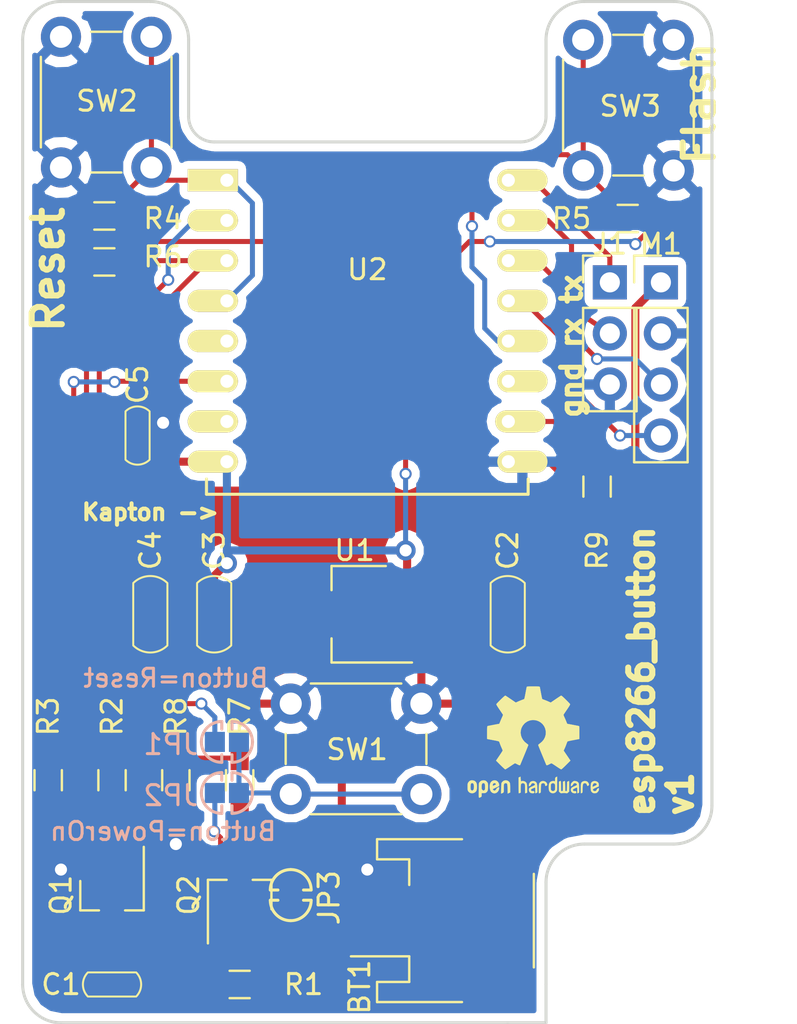
<source format=kicad_pcb>
(kicad_pcb (version 4) (host pcbnew 4.0.6-e0-6349~53~ubuntu14.04.1)

  (general
    (links 62)
    (no_connects 0)
    (area 137.084999 78.029999 171.525001 128.980001)
    (thickness 1.6)
    (drawings 26)
    (tracks 180)
    (zones 0)
    (modules 28)
    (nets 18)
  )

  (page A4)
  (layers
    (0 F.Cu signal)
    (31 B.Cu signal)
    (32 B.Adhes user)
    (33 F.Adhes user)
    (34 B.Paste user)
    (35 F.Paste user)
    (36 B.SilkS user)
    (37 F.SilkS user)
    (38 B.Mask user)
    (39 F.Mask user)
    (40 Dwgs.User user)
    (41 Cmts.User user)
    (42 Eco1.User user)
    (43 Eco2.User user)
    (44 Edge.Cuts user)
    (45 Margin user)
    (46 B.CrtYd user)
    (47 F.CrtYd user hide)
    (48 B.Fab user)
    (49 F.Fab user)
  )

  (setup
    (last_trace_width 0.25)
    (trace_clearance 0.2)
    (zone_clearance 0.4)
    (zone_45_only yes)
    (trace_min 0.2)
    (segment_width 0.2)
    (edge_width 0.15)
    (via_size 0.6)
    (via_drill 0.4)
    (via_min_size 0.4)
    (via_min_drill 0.3)
    (uvia_size 0.3)
    (uvia_drill 0.1)
    (uvias_allowed no)
    (uvia_min_size 0.2)
    (uvia_min_drill 0.1)
    (pcb_text_width 0.3)
    (pcb_text_size 1.5 1.5)
    (mod_edge_width 0.15)
    (mod_text_size 1 1)
    (mod_text_width 0.15)
    (pad_size 1.524 1.524)
    (pad_drill 0.762)
    (pad_to_mask_clearance 0.2)
    (aux_axis_origin 0 0)
    (visible_elements FFFFFF7F)
    (pcbplotparams
      (layerselection 0x00030_80000001)
      (usegerberextensions false)
      (excludeedgelayer true)
      (linewidth 0.100000)
      (plotframeref false)
      (viasonmask false)
      (mode 1)
      (useauxorigin false)
      (hpglpennumber 1)
      (hpglpenspeed 20)
      (hpglpendiameter 15)
      (hpglpenoverlay 2)
      (psnegative false)
      (psa4output false)
      (plotreference true)
      (plotvalue true)
      (plotinvisibletext false)
      (padsonsilk false)
      (subtractmaskfromsilk false)
      (outputformat 1)
      (mirror false)
      (drillshape 1)
      (scaleselection 1)
      (outputdirectory ""))
  )

  (net 0 "")
  (net 1 GND)
  (net 2 BATTMON)
  (net 3 +3V3)
  (net 4 "Net-(J1-Pad1)")
  (net 5 "Net-(J1-Pad2)")
  (net 6 PWR_LATCH)
  (net 7 RESET)
  (net 8 GPIO0)
  (net 9 CH_PD)
  (net 10 /Vbat)
  (net 11 ~POWERON)
  (net 12 "Net-(JP1-Pad1)")
  (net 13 "Net-(M1-Pad4)")
  (net 14 "Net-(M1-Pad3)")
  (net 15 "Net-(Q1-Pad1)")
  (net 16 "Net-(R7-Pad2)")
  (net 17 "Net-(R9-Pad1)")

  (net_class Default "This is the default net class."
    (clearance 0.2)
    (trace_width 0.25)
    (via_dia 0.6)
    (via_drill 0.4)
    (uvia_dia 0.3)
    (uvia_drill 0.1)
    (add_net +3V3)
    (add_net CH_PD)
    (add_net GPIO0)
    (add_net "Net-(J1-Pad1)")
    (add_net "Net-(J1-Pad2)")
    (add_net "Net-(JP1-Pad1)")
    (add_net "Net-(M1-Pad3)")
    (add_net "Net-(M1-Pad4)")
    (add_net "Net-(Q1-Pad1)")
    (add_net "Net-(R7-Pad2)")
    (add_net "Net-(R9-Pad1)")
    (add_net PWR_LATCH)
    (add_net RESET)
    (add_net ~POWERON)
  )

  (net_class HC ""
    (clearance 0.2)
    (trace_width 0.4)
    (via_dia 1)
    (via_drill 0.6)
    (uvia_dia 0.3)
    (uvia_drill 0.1)
    (add_net /Vbat)
    (add_net BATTMON)
    (add_net GND)
  )

  (module ESP8266:ESP-12 (layer F.Cu) (tedit 596B8643) (tstamp 59686816)
    (at 147.32 86.995)
    (descr "Module, ESP-8266, ESP-12, 16 pad, SMD")
    (tags "Module ESP-8266 ESP8266")
    (path /59686907)
    (fp_text reference U2 (at 6.985 4.445) (layer F.SilkS)
      (effects (font (size 1 1) (thickness 0.15)))
    )
    (fp_text value ESP-12 (at 6.992 1) (layer F.Fab)
      (effects (font (size 1 1) (thickness 0.15)))
    )
    (fp_line (start -2.25 -0.5) (end -2.25 -8.75) (layer F.CrtYd) (width 0.05))
    (fp_line (start -2.25 -8.75) (end 15.25 -8.75) (layer F.CrtYd) (width 0.05))
    (fp_line (start 15.25 -8.75) (end 16.25 -8.75) (layer F.CrtYd) (width 0.05))
    (fp_line (start 16.25 -8.75) (end 16.25 16) (layer F.CrtYd) (width 0.05))
    (fp_line (start 16.25 16) (end -2.25 16) (layer F.CrtYd) (width 0.05))
    (fp_line (start -2.25 16) (end -2.25 -0.5) (layer F.CrtYd) (width 0.05))
    (fp_line (start -1.016 -8.382) (end 14.986 -8.382) (layer F.CrtYd) (width 0.1524))
    (fp_line (start 14.986 -8.382) (end 14.986 -0.889) (layer F.CrtYd) (width 0.1524))
    (fp_line (start -1.016 -8.382) (end -1.016 -1.016) (layer F.CrtYd) (width 0.1524))
    (fp_line (start -1.016 14.859) (end -1.016 15.621) (layer F.SilkS) (width 0.1524))
    (fp_line (start -1.016 15.621) (end 14.986 15.621) (layer F.SilkS) (width 0.1524))
    (fp_line (start 14.986 15.621) (end 14.986 14.859) (layer F.SilkS) (width 0.1524))
    (fp_line (start 14.992 -8.4) (end -1.008 -2.6) (layer F.CrtYd) (width 0.1524))
    (fp_line (start -1.008 -8.4) (end 14.992 -2.6) (layer F.CrtYd) (width 0.1524))
    (fp_text user "No Copper" (at 6.892 -5.4) (layer F.CrtYd)
      (effects (font (size 1 1) (thickness 0.15)))
    )
    (fp_line (start -1.008 -2.6) (end 14.992 -2.6) (layer F.CrtYd) (width 0.1524))
    (fp_line (start 15 -8.4) (end 15 15.6) (layer F.Fab) (width 0.05))
    (fp_line (start 14.992 15.6) (end -1.008 15.6) (layer F.Fab) (width 0.05))
    (fp_line (start -1.008 15.6) (end -1.008 -8.4) (layer F.Fab) (width 0.05))
    (fp_line (start -1.008 -8.4) (end 14.992 -8.4) (layer F.Fab) (width 0.05))
    (pad 1 thru_hole rect (at 0 0) (size 2.5 1.1) (drill 0.65 (offset -0.7 0)) (layers *.Cu *.Mask F.SilkS)
      (net 7 RESET))
    (pad 2 thru_hole oval (at 0 2) (size 2.5 1.1) (drill 0.65 (offset -0.7 0)) (layers *.Cu *.Mask F.SilkS)
      (net 16 "Net-(R7-Pad2)"))
    (pad 3 thru_hole oval (at 0 4) (size 2.5 1.1) (drill 0.65 (offset -0.7 0)) (layers *.Cu *.Mask F.SilkS)
      (net 9 CH_PD))
    (pad 4 thru_hole oval (at 0 6) (size 2.5 1.1) (drill 0.65 (offset -0.7 0)) (layers *.Cu *.Mask F.SilkS)
      (net 7 RESET))
    (pad 5 thru_hole oval (at 0 8) (size 2.5 1.1) (drill 0.65 (offset -0.7 0)) (layers *.Cu *.Mask F.SilkS))
    (pad 6 thru_hole oval (at 0 10) (size 2.5 1.1) (drill 0.65 (offset -0.7 0)) (layers *.Cu *.Mask F.SilkS)
      (net 6 PWR_LATCH))
    (pad 7 thru_hole oval (at 0 12) (size 2.5 1.1) (drill 0.65 (offset -0.7 0)) (layers *.Cu *.Mask F.SilkS))
    (pad 8 thru_hole oval (at 0 14) (size 2.5 1.1) (drill 0.65 (offset -0.7 0)) (layers *.Cu *.Mask F.SilkS)
      (net 3 +3V3))
    (pad 9 thru_hole oval (at 14 14) (size 2.5 1.1) (drill 0.65 (offset 0.7 0)) (layers *.Cu *.Mask F.SilkS)
      (net 1 GND))
    (pad 10 thru_hole oval (at 14 12) (size 2.5 1.1) (drill 0.65 (offset 0.6 0)) (layers *.Cu *.Mask F.SilkS)
      (net 17 "Net-(R9-Pad1)"))
    (pad 11 thru_hole oval (at 14 10) (size 2.5 1.1) (drill 0.65 (offset 0.7 0)) (layers *.Cu *.Mask F.SilkS))
    (pad 12 thru_hole oval (at 14 8) (size 2.5 1.1) (drill 0.65 (offset 0.7 0)) (layers *.Cu *.Mask F.SilkS)
      (net 8 GPIO0))
    (pad 13 thru_hole oval (at 14 6) (size 2.5 1.1) (drill 0.65 (offset 0.7 0)) (layers *.Cu *.Mask F.SilkS)
      (net 13 "Net-(M1-Pad4)"))
    (pad 14 thru_hole oval (at 14 4) (size 2.5 1.1) (drill 0.65 (offset 0.7 0)) (layers *.Cu *.Mask F.SilkS)
      (net 14 "Net-(M1-Pad3)"))
    (pad 15 thru_hole oval (at 14 2) (size 2.5 1.1) (drill 0.65 (offset 0.7 0)) (layers *.Cu *.Mask F.SilkS)
      (net 5 "Net-(J1-Pad2)"))
    (pad 16 thru_hole oval (at 14 0) (size 2.5 1.1) (drill 0.65 (offset 0.7 0)) (layers *.Cu *.Mask F.SilkS)
      (net 4 "Net-(J1-Pad1)"))
    (model ${ESPLIB}/ESP8266.3dshapes/ESP-12.wrl
      (at (xyz 0 0 0))
      (scale (xyz 0.3937 0.3937 0.3937))
      (rotate (xyz 0 0 0))
    )
  )

  (module Capacitors_SMD_Round:C_0805 (layer F.Cu) (tedit 59695087) (tstamp 59686701)
    (at 161.29 108.585 270)
    (descr "Capacitor SMD 0805, reflow soldering, AVX (see smccp.pdf)")
    (tags "capacitor 0805")
    (path /59686AB3)
    (attr smd)
    (fp_text reference C2 (at -3.175 0 270) (layer F.SilkS)
      (effects (font (size 1 1) (thickness 0.15)))
    )
    (fp_text value 10u (at 0 1.75 270) (layer F.Fab)
      (effects (font (size 1 1) (thickness 0.15)))
    )
    (fp_arc (start -0.7 0) (end -1.55 0.85) (angle 90) (layer F.SilkS) (width 0.1))
    (fp_arc (start 0.7 0) (end 1.55 -0.85) (angle 90) (layer F.SilkS) (width 0.1))
    (fp_line (start -1.5 0.85) (end 1.5 0.85) (layer F.SilkS) (width 0.1))
    (fp_line (start -1.5 -0.85) (end 1.5 -0.85) (layer F.SilkS) (width 0.1))
    (fp_text user %R (at -3.175 0 270) (layer F.Fab)
      (effects (font (size 1 1) (thickness 0.15)))
    )
    (fp_line (start -1 0.62) (end -1 -0.62) (layer F.Fab) (width 0.1))
    (fp_line (start 1 0.62) (end -1 0.62) (layer F.Fab) (width 0.1))
    (fp_line (start 1 -0.62) (end 1 0.62) (layer F.Fab) (width 0.1))
    (fp_line (start -1 -0.62) (end 1 -0.62) (layer F.Fab) (width 0.1))
    (fp_line (start -1.75 -0.88) (end 1.75 -0.88) (layer F.CrtYd) (width 0.05))
    (fp_line (start -1.75 -0.88) (end -1.75 0.87) (layer F.CrtYd) (width 0.05))
    (fp_line (start 1.75 0.87) (end 1.75 -0.88) (layer F.CrtYd) (width 0.05))
    (fp_line (start 1.75 0.87) (end -1.75 0.87) (layer F.CrtYd) (width 0.05))
    (pad 1 smd rect (at -1 0 270) (size 1 1.25) (layers F.Cu F.Paste F.Mask)
      (net 2 BATTMON))
    (pad 2 smd rect (at 1 0 270) (size 1 1.25) (layers F.Cu F.Paste F.Mask)
      (net 1 GND))
    (model Capacitors_SMD.3dshapes/C_0805.wrl
      (at (xyz 0 0 0))
      (scale (xyz 1 1 1))
      (rotate (xyz 0 0 0))
    )
  )

  (module Capacitors_SMD_Round:C_0805 (layer F.Cu) (tedit 59695089) (tstamp 59686707)
    (at 146.685 108.585 270)
    (descr "Capacitor SMD 0805, reflow soldering, AVX (see smccp.pdf)")
    (tags "capacitor 0805")
    (path /59686ADB)
    (attr smd)
    (fp_text reference C3 (at -3.175 0 270) (layer F.SilkS)
      (effects (font (size 1 1) (thickness 0.15)))
    )
    (fp_text value 10u (at 0 1.75 270) (layer F.Fab)
      (effects (font (size 1 1) (thickness 0.15)))
    )
    (fp_arc (start -0.7 0) (end -1.55 0.85) (angle 90) (layer F.SilkS) (width 0.1))
    (fp_arc (start 0.7 0) (end 1.55 -0.85) (angle 90) (layer F.SilkS) (width 0.1))
    (fp_line (start -1.5 0.85) (end 1.5 0.85) (layer F.SilkS) (width 0.1))
    (fp_line (start -1.5 -0.85) (end 1.5 -0.85) (layer F.SilkS) (width 0.1))
    (fp_text user %R (at 0 1.524 270) (layer F.Fab)
      (effects (font (size 1 1) (thickness 0.15)))
    )
    (fp_line (start -1 0.62) (end -1 -0.62) (layer F.Fab) (width 0.1))
    (fp_line (start 1 0.62) (end -1 0.62) (layer F.Fab) (width 0.1))
    (fp_line (start 1 -0.62) (end 1 0.62) (layer F.Fab) (width 0.1))
    (fp_line (start -1 -0.62) (end 1 -0.62) (layer F.Fab) (width 0.1))
    (fp_line (start -1.75 -0.88) (end 1.75 -0.88) (layer F.CrtYd) (width 0.05))
    (fp_line (start -1.75 -0.88) (end -1.75 0.87) (layer F.CrtYd) (width 0.05))
    (fp_line (start 1.75 0.87) (end 1.75 -0.88) (layer F.CrtYd) (width 0.05))
    (fp_line (start 1.75 0.87) (end -1.75 0.87) (layer F.CrtYd) (width 0.05))
    (pad 1 smd rect (at -1 0 270) (size 1 1.25) (layers F.Cu F.Paste F.Mask)
      (net 3 +3V3))
    (pad 2 smd rect (at 1 0 270) (size 1 1.25) (layers F.Cu F.Paste F.Mask)
      (net 1 GND))
    (model Capacitors_SMD.3dshapes/C_0805.wrl
      (at (xyz 0 0 0))
      (scale (xyz 1 1 1))
      (rotate (xyz 0 0 0))
    )
  )

  (module Capacitors_SMD_Round:C_0603 (layer F.Cu) (tedit 58E5AE1B) (tstamp 5968670D)
    (at 142.875 99.695 90)
    (descr "Capacitor SMD 0603, reflow soldering, AVX (see smccp.pdf)")
    (tags "capacitor 0603")
    (path /59687C0C)
    (attr smd)
    (fp_text reference C5 (at 2.54 0 90) (layer F.SilkS)
      (effects (font (size 1 1) (thickness 0.15)))
    )
    (fp_text value 0.1u (at 0 1.5 90) (layer F.Fab) hide
      (effects (font (size 1 1) (thickness 0.15)))
    )
    (fp_arc (start 0.6 0) (end 1.2 -0.6) (angle 90) (layer F.SilkS) (width 0.1))
    (fp_arc (start -0.6 0) (end -1.2 0.6) (angle 90) (layer F.SilkS) (width 0.1))
    (fp_line (start 1.15 0.6) (end -1.15 0.6) (layer F.SilkS) (width 0.1))
    (fp_line (start -1.15 -0.6) (end 1.15 -0.6) (layer F.SilkS) (width 0.1))
    (fp_text user %R (at 2.54 0 90) (layer F.Fab)
      (effects (font (size 1 1) (thickness 0.15)))
    )
    (fp_line (start -0.8 0.4) (end -0.8 -0.4) (layer F.Fab) (width 0.1))
    (fp_line (start 0.8 0.4) (end -0.8 0.4) (layer F.Fab) (width 0.1))
    (fp_line (start 0.8 -0.4) (end 0.8 0.4) (layer F.Fab) (width 0.1))
    (fp_line (start -0.8 -0.4) (end 0.8 -0.4) (layer F.Fab) (width 0.1))
    (fp_line (start -1.4 -0.65) (end 1.4 -0.65) (layer F.CrtYd) (width 0.05))
    (fp_line (start -1.4 -0.65) (end -1.4 0.65) (layer F.CrtYd) (width 0.05))
    (fp_line (start 1.4 0.65) (end 1.4 -0.65) (layer F.CrtYd) (width 0.05))
    (fp_line (start 1.4 0.65) (end -1.4 0.65) (layer F.CrtYd) (width 0.05))
    (pad 1 smd rect (at -0.75 0 90) (size 0.8 0.75) (layers F.Cu F.Paste F.Mask)
      (net 3 +3V3))
    (pad 2 smd rect (at 0.75 0 90) (size 0.8 0.75) (layers F.Cu F.Paste F.Mask)
      (net 1 GND))
    (model Capacitors_SMD.3dshapes/C_0603.wrl
      (at (xyz 0 0 0))
      (scale (xyz 1 1 1))
      (rotate (xyz 0 0 0))
    )
  )

  (module Capacitors_SMD_Round:C_0603 (layer F.Cu) (tedit 58E5AE1B) (tstamp 59686713)
    (at 141.605 127 180)
    (descr "Capacitor SMD 0603, reflow soldering, AVX (see smccp.pdf)")
    (tags "capacitor 0603")
    (path /59687400)
    (attr smd)
    (fp_text reference C1 (at 2.54 0 180) (layer F.SilkS)
      (effects (font (size 1 1) (thickness 0.15)))
    )
    (fp_text value 220p (at 0 1.5 180) (layer F.Fab) hide
      (effects (font (size 1 1) (thickness 0.15)))
    )
    (fp_arc (start 0.6 0) (end 1.2 -0.6) (angle 90) (layer F.SilkS) (width 0.1))
    (fp_arc (start -0.6 0) (end -1.2 0.6) (angle 90) (layer F.SilkS) (width 0.1))
    (fp_line (start 1.15 0.6) (end -1.15 0.6) (layer F.SilkS) (width 0.1))
    (fp_line (start -1.15 -0.6) (end 1.15 -0.6) (layer F.SilkS) (width 0.1))
    (fp_text user %R (at 2.54 0 180) (layer F.Fab)
      (effects (font (size 1 1) (thickness 0.15)))
    )
    (fp_line (start -0.8 0.4) (end -0.8 -0.4) (layer F.Fab) (width 0.1))
    (fp_line (start 0.8 0.4) (end -0.8 0.4) (layer F.Fab) (width 0.1))
    (fp_line (start 0.8 -0.4) (end 0.8 0.4) (layer F.Fab) (width 0.1))
    (fp_line (start -0.8 -0.4) (end 0.8 -0.4) (layer F.Fab) (width 0.1))
    (fp_line (start -1.4 -0.65) (end 1.4 -0.65) (layer F.CrtYd) (width 0.05))
    (fp_line (start -1.4 -0.65) (end -1.4 0.65) (layer F.CrtYd) (width 0.05))
    (fp_line (start 1.4 0.65) (end 1.4 -0.65) (layer F.CrtYd) (width 0.05))
    (fp_line (start 1.4 0.65) (end -1.4 0.65) (layer F.CrtYd) (width 0.05))
    (pad 1 smd rect (at -0.75 0 180) (size 0.8 0.75) (layers F.Cu F.Paste F.Mask)
      (net 11 ~POWERON))
    (pad 2 smd rect (at 0.75 0 180) (size 0.8 0.75) (layers F.Cu F.Paste F.Mask)
      (net 1 GND))
    (model Capacitors_SMD.3dshapes/C_0603.wrl
      (at (xyz 0 0 0))
      (scale (xyz 1 1 1))
      (rotate (xyz 0 0 0))
    )
  )

  (module Pin_Headers:Pin_Header_Straight_1x03_Pitch2.54mm (layer F.Cu) (tedit 596954A8) (tstamp 5968672A)
    (at 166.37 92.075)
    (descr "Through hole straight pin header, 1x03, 2.54mm pitch, single row")
    (tags "Through hole pin header THT 1x03 2.54mm single row")
    (path /596896B9)
    (fp_text reference J1 (at 0 -1.905) (layer F.SilkS)
      (effects (font (size 1 1) (thickness 0.15)))
    )
    (fp_text value CONN_01X03 (at 0 7.41) (layer F.Fab)
      (effects (font (size 1 1) (thickness 0.15)))
    )
    (fp_line (start -0.635 -1.27) (end 1.27 -1.27) (layer F.Fab) (width 0.1))
    (fp_line (start 1.27 -1.27) (end 1.27 6.35) (layer F.Fab) (width 0.1))
    (fp_line (start 1.27 6.35) (end -1.27 6.35) (layer F.Fab) (width 0.1))
    (fp_line (start -1.27 6.35) (end -1.27 -0.635) (layer F.Fab) (width 0.1))
    (fp_line (start -1.27 -0.635) (end -0.635 -1.27) (layer F.Fab) (width 0.1))
    (fp_line (start -1.33 6.41) (end 1.33 6.41) (layer F.SilkS) (width 0.12))
    (fp_line (start -1.33 1.27) (end -1.33 6.41) (layer F.SilkS) (width 0.12))
    (fp_line (start 1.33 1.27) (end 1.33 6.41) (layer F.SilkS) (width 0.12))
    (fp_line (start -1.33 1.27) (end 1.33 1.27) (layer F.SilkS) (width 0.12))
    (fp_line (start -1.33 0) (end -1.33 -1.33) (layer F.SilkS) (width 0.12))
    (fp_line (start -1.33 -1.33) (end 0 -1.33) (layer F.SilkS) (width 0.12))
    (fp_line (start -1.8 -1.8) (end -1.8 6.85) (layer F.CrtYd) (width 0.05))
    (fp_line (start -1.8 6.85) (end 1.8 6.85) (layer F.CrtYd) (width 0.05))
    (fp_line (start 1.8 6.85) (end 1.8 -1.8) (layer F.CrtYd) (width 0.05))
    (fp_line (start 1.8 -1.8) (end -1.8 -1.8) (layer F.CrtYd) (width 0.05))
    (fp_text user %R (at 0 2.54 90) (layer F.Fab)
      (effects (font (size 1 1) (thickness 0.15)))
    )
    (pad 1 thru_hole rect (at 0 0) (size 1.7 1.7) (drill 1) (layers *.Cu *.Mask)
      (net 4 "Net-(J1-Pad1)"))
    (pad 2 thru_hole oval (at 0 2.54) (size 1.7 1.7) (drill 1) (layers *.Cu *.Mask)
      (net 5 "Net-(J1-Pad2)"))
    (pad 3 thru_hole oval (at 0 5.08) (size 1.7 1.7) (drill 1) (layers *.Cu *.Mask)
      (net 1 GND))
    (model ${KISYS3DMOD}/Pin_Headers.3dshapes/Pin_Header_Straight_1x03_Pitch2.54mm.wrl
      (at (xyz 0 0 0))
      (scale (xyz 1 1 1))
      (rotate (xyz 0 0 0))
    )
  )

  (module TO_SOT_Packages_SMD:SOT-23_Handsoldering (layer F.Cu) (tedit 596950CB) (tstamp 5968673F)
    (at 147.955 122.555 90)
    (descr "SOT-23, Handsoldering")
    (tags SOT-23)
    (path /59687178)
    (attr smd)
    (fp_text reference Q2 (at 0 -2.54 90) (layer F.SilkS)
      (effects (font (size 1 1) (thickness 0.15)))
    )
    (fp_text value Q_PMOS_GSD (at 0 2.5 90) (layer F.Fab)
      (effects (font (size 1 1) (thickness 0.15)))
    )
    (fp_text user %R (at 0 0 90) (layer F.Fab)
      (effects (font (size 0.5 0.5) (thickness 0.075)))
    )
    (fp_line (start 0.76 1.58) (end 0.76 0.65) (layer F.SilkS) (width 0.12))
    (fp_line (start 0.76 -1.58) (end 0.76 -0.65) (layer F.SilkS) (width 0.12))
    (fp_line (start -2.7 -1.75) (end 2.7 -1.75) (layer F.CrtYd) (width 0.05))
    (fp_line (start 2.7 -1.75) (end 2.7 1.75) (layer F.CrtYd) (width 0.05))
    (fp_line (start 2.7 1.75) (end -2.7 1.75) (layer F.CrtYd) (width 0.05))
    (fp_line (start -2.7 1.75) (end -2.7 -1.75) (layer F.CrtYd) (width 0.05))
    (fp_line (start 0.76 -1.58) (end -2.4 -1.58) (layer F.SilkS) (width 0.12))
    (fp_line (start -0.7 -0.95) (end -0.7 1.5) (layer F.Fab) (width 0.1))
    (fp_line (start -0.15 -1.52) (end 0.7 -1.52) (layer F.Fab) (width 0.1))
    (fp_line (start -0.7 -0.95) (end -0.15 -1.52) (layer F.Fab) (width 0.1))
    (fp_line (start 0.7 -1.52) (end 0.7 1.52) (layer F.Fab) (width 0.1))
    (fp_line (start -0.7 1.52) (end 0.7 1.52) (layer F.Fab) (width 0.1))
    (fp_line (start 0.76 1.58) (end -0.7 1.58) (layer F.SilkS) (width 0.12))
    (pad 1 smd rect (at -1.5 -0.95 90) (size 1.9 0.8) (layers F.Cu F.Paste F.Mask)
      (net 11 ~POWERON))
    (pad 2 smd rect (at -1.5 0.95 90) (size 1.9 0.8) (layers F.Cu F.Paste F.Mask)
      (net 10 /Vbat))
    (pad 3 smd rect (at 1.5 0 90) (size 1.9 0.8) (layers F.Cu F.Paste F.Mask)
      (net 2 BATTMON))
    (model ${KISYS3DMOD}/TO_SOT_Packages_SMD.3dshapes\SOT-23.wrl
      (at (xyz 0 0 0))
      (scale (xyz 1 1 1))
      (rotate (xyz 0 0 0))
    )
  )

  (module TO_SOT_Packages_SMD:SOT-23_Handsoldering (layer F.Cu) (tedit 596950CC) (tstamp 59686754)
    (at 141.605 122.555 270)
    (descr "SOT-23, Handsoldering")
    (tags SOT-23)
    (path /59686F3E)
    (attr smd)
    (fp_text reference Q1 (at 0 2.54 270) (layer F.SilkS)
      (effects (font (size 1 1) (thickness 0.15)))
    )
    (fp_text value Q_NMOS_GSD (at 0 2.5 270) (layer F.Fab)
      (effects (font (size 1 1) (thickness 0.15)))
    )
    (fp_text user %R (at 0 0 270) (layer F.Fab)
      (effects (font (size 0.5 0.5) (thickness 0.075)))
    )
    (fp_line (start 0.76 1.58) (end 0.76 0.65) (layer F.SilkS) (width 0.12))
    (fp_line (start 0.76 -1.58) (end 0.76 -0.65) (layer F.SilkS) (width 0.12))
    (fp_line (start -2.7 -1.75) (end 2.7 -1.75) (layer F.CrtYd) (width 0.05))
    (fp_line (start 2.7 -1.75) (end 2.7 1.75) (layer F.CrtYd) (width 0.05))
    (fp_line (start 2.7 1.75) (end -2.7 1.75) (layer F.CrtYd) (width 0.05))
    (fp_line (start -2.7 1.75) (end -2.7 -1.75) (layer F.CrtYd) (width 0.05))
    (fp_line (start 0.76 -1.58) (end -2.4 -1.58) (layer F.SilkS) (width 0.12))
    (fp_line (start -0.7 -0.95) (end -0.7 1.5) (layer F.Fab) (width 0.1))
    (fp_line (start -0.15 -1.52) (end 0.7 -1.52) (layer F.Fab) (width 0.1))
    (fp_line (start -0.7 -0.95) (end -0.15 -1.52) (layer F.Fab) (width 0.1))
    (fp_line (start 0.7 -1.52) (end 0.7 1.52) (layer F.Fab) (width 0.1))
    (fp_line (start -0.7 1.52) (end 0.7 1.52) (layer F.Fab) (width 0.1))
    (fp_line (start 0.76 1.58) (end -0.7 1.58) (layer F.SilkS) (width 0.12))
    (pad 1 smd rect (at -1.5 -0.95 270) (size 1.9 0.8) (layers F.Cu F.Paste F.Mask)
      (net 15 "Net-(Q1-Pad1)"))
    (pad 2 smd rect (at -1.5 0.95 270) (size 1.9 0.8) (layers F.Cu F.Paste F.Mask)
      (net 1 GND))
    (pad 3 smd rect (at 1.5 0 270) (size 1.9 0.8) (layers F.Cu F.Paste F.Mask)
      (net 11 ~POWERON))
    (model ${KISYS3DMOD}/TO_SOT_Packages_SMD.3dshapes\SOT-23.wrl
      (at (xyz 0 0 0))
      (scale (xyz 1 1 1))
      (rotate (xyz 0 0 0))
    )
  )

  (module Resistors_SMD:R_0603_HandSoldering (layer F.Cu) (tedit 596950D2) (tstamp 59686765)
    (at 147.955 127 180)
    (descr "Resistor SMD 0603, hand soldering")
    (tags "resistor 0603")
    (path /596872A6)
    (attr smd)
    (fp_text reference R1 (at -3.175 0 180) (layer F.SilkS)
      (effects (font (size 1 1) (thickness 0.15)))
    )
    (fp_text value 100k (at 0 1.55 180) (layer F.Fab)
      (effects (font (size 1 1) (thickness 0.15)))
    )
    (fp_text user %R (at 0 0 180) (layer F.Fab)
      (effects (font (size 0.5 0.5) (thickness 0.075)))
    )
    (fp_line (start -0.8 0.4) (end -0.8 -0.4) (layer F.Fab) (width 0.1))
    (fp_line (start 0.8 0.4) (end -0.8 0.4) (layer F.Fab) (width 0.1))
    (fp_line (start 0.8 -0.4) (end 0.8 0.4) (layer F.Fab) (width 0.1))
    (fp_line (start -0.8 -0.4) (end 0.8 -0.4) (layer F.Fab) (width 0.1))
    (fp_line (start 0.5 0.68) (end -0.5 0.68) (layer F.SilkS) (width 0.12))
    (fp_line (start -0.5 -0.68) (end 0.5 -0.68) (layer F.SilkS) (width 0.12))
    (fp_line (start -1.96 -0.7) (end 1.95 -0.7) (layer F.CrtYd) (width 0.05))
    (fp_line (start -1.96 -0.7) (end -1.96 0.7) (layer F.CrtYd) (width 0.05))
    (fp_line (start 1.95 0.7) (end 1.95 -0.7) (layer F.CrtYd) (width 0.05))
    (fp_line (start 1.95 0.7) (end -1.96 0.7) (layer F.CrtYd) (width 0.05))
    (pad 1 smd rect (at -1.1 0 180) (size 1.2 0.9) (layers F.Cu F.Paste F.Mask)
      (net 10 /Vbat))
    (pad 2 smd rect (at 1.1 0 180) (size 1.2 0.9) (layers F.Cu F.Paste F.Mask)
      (net 11 ~POWERON))
    (model ${KISYS3DMOD}/Resistors_SMD.3dshapes/R_0603.wrl
      (at (xyz 0 0 0))
      (scale (xyz 1 1 1))
      (rotate (xyz 0 0 0))
    )
  )

  (module Resistors_SMD:R_0603_HandSoldering (layer F.Cu) (tedit 59695099) (tstamp 59686776)
    (at 147.955 116.84 90)
    (descr "Resistor SMD 0603, hand soldering")
    (tags "resistor 0603")
    (path /59688FEE)
    (attr smd)
    (fp_text reference R7 (at 3.175 0 90) (layer F.SilkS)
      (effects (font (size 1 1) (thickness 0.15)))
    )
    (fp_text value R (at 0 1.55 90) (layer F.Fab)
      (effects (font (size 1 1) (thickness 0.15)))
    )
    (fp_text user %R (at 0 0 90) (layer F.Fab)
      (effects (font (size 0.5 0.5) (thickness 0.075)))
    )
    (fp_line (start -0.8 0.4) (end -0.8 -0.4) (layer F.Fab) (width 0.1))
    (fp_line (start 0.8 0.4) (end -0.8 0.4) (layer F.Fab) (width 0.1))
    (fp_line (start 0.8 -0.4) (end 0.8 0.4) (layer F.Fab) (width 0.1))
    (fp_line (start -0.8 -0.4) (end 0.8 -0.4) (layer F.Fab) (width 0.1))
    (fp_line (start 0.5 0.68) (end -0.5 0.68) (layer F.SilkS) (width 0.12))
    (fp_line (start -0.5 -0.68) (end 0.5 -0.68) (layer F.SilkS) (width 0.12))
    (fp_line (start -1.96 -0.7) (end 1.95 -0.7) (layer F.CrtYd) (width 0.05))
    (fp_line (start -1.96 -0.7) (end -1.96 0.7) (layer F.CrtYd) (width 0.05))
    (fp_line (start 1.95 0.7) (end 1.95 -0.7) (layer F.CrtYd) (width 0.05))
    (fp_line (start 1.95 0.7) (end -1.96 0.7) (layer F.CrtYd) (width 0.05))
    (pad 1 smd rect (at -1.1 0 90) (size 1.2 0.9) (layers F.Cu F.Paste F.Mask)
      (net 2 BATTMON))
    (pad 2 smd rect (at 1.1 0 90) (size 1.2 0.9) (layers F.Cu F.Paste F.Mask)
      (net 16 "Net-(R7-Pad2)"))
    (model ${KISYS3DMOD}/Resistors_SMD.3dshapes/R_0603.wrl
      (at (xyz 0 0 0))
      (scale (xyz 1 1 1))
      (rotate (xyz 0 0 0))
    )
  )

  (module Resistors_SMD:R_0603_HandSoldering (layer F.Cu) (tedit 5969528E) (tstamp 59686787)
    (at 138.43 116.84 270)
    (descr "Resistor SMD 0603, hand soldering")
    (tags "resistor 0603")
    (path /59687881)
    (attr smd)
    (fp_text reference R3 (at -3.175 0 270) (layer F.SilkS)
      (effects (font (size 1 1) (thickness 0.15)))
    )
    (fp_text value 10k (at 0 1.55 270) (layer F.Fab)
      (effects (font (size 1 1) (thickness 0.15)))
    )
    (fp_text user %R (at 0 0 270) (layer F.Fab)
      (effects (font (size 0.5 0.5) (thickness 0.075)))
    )
    (fp_line (start -0.8 0.4) (end -0.8 -0.4) (layer F.Fab) (width 0.1))
    (fp_line (start 0.8 0.4) (end -0.8 0.4) (layer F.Fab) (width 0.1))
    (fp_line (start 0.8 -0.4) (end 0.8 0.4) (layer F.Fab) (width 0.1))
    (fp_line (start -0.8 -0.4) (end 0.8 -0.4) (layer F.Fab) (width 0.1))
    (fp_line (start 0.5 0.68) (end -0.5 0.68) (layer F.SilkS) (width 0.12))
    (fp_line (start -0.5 -0.68) (end 0.5 -0.68) (layer F.SilkS) (width 0.12))
    (fp_line (start -1.96 -0.7) (end 1.95 -0.7) (layer F.CrtYd) (width 0.05))
    (fp_line (start -1.96 -0.7) (end -1.96 0.7) (layer F.CrtYd) (width 0.05))
    (fp_line (start 1.95 0.7) (end 1.95 -0.7) (layer F.CrtYd) (width 0.05))
    (fp_line (start 1.95 0.7) (end -1.96 0.7) (layer F.CrtYd) (width 0.05))
    (pad 1 smd rect (at -1.1 0 270) (size 1.2 0.9) (layers F.Cu F.Paste F.Mask)
      (net 6 PWR_LATCH))
    (pad 2 smd rect (at 1.1 0 270) (size 1.2 0.9) (layers F.Cu F.Paste F.Mask)
      (net 15 "Net-(Q1-Pad1)"))
    (model ${KISYS3DMOD}/Resistors_SMD.3dshapes/R_0603.wrl
      (at (xyz 0 0 0))
      (scale (xyz 1 1 1))
      (rotate (xyz 0 0 0))
    )
  )

  (module Resistors_SMD:R_0603_HandSoldering (layer F.Cu) (tedit 5969509B) (tstamp 59686798)
    (at 144.78 116.84 270)
    (descr "Resistor SMD 0603, hand soldering")
    (tags "resistor 0603")
    (path /596890AD)
    (attr smd)
    (fp_text reference R8 (at -3.175 0 270) (layer F.SilkS)
      (effects (font (size 1 1) (thickness 0.15)))
    )
    (fp_text value R (at 0 1.55 270) (layer F.Fab)
      (effects (font (size 1 1) (thickness 0.15)))
    )
    (fp_text user %R (at 0 0 270) (layer F.Fab)
      (effects (font (size 0.5 0.5) (thickness 0.075)))
    )
    (fp_line (start -0.8 0.4) (end -0.8 -0.4) (layer F.Fab) (width 0.1))
    (fp_line (start 0.8 0.4) (end -0.8 0.4) (layer F.Fab) (width 0.1))
    (fp_line (start 0.8 -0.4) (end 0.8 0.4) (layer F.Fab) (width 0.1))
    (fp_line (start -0.8 -0.4) (end 0.8 -0.4) (layer F.Fab) (width 0.1))
    (fp_line (start 0.5 0.68) (end -0.5 0.68) (layer F.SilkS) (width 0.12))
    (fp_line (start -0.5 -0.68) (end 0.5 -0.68) (layer F.SilkS) (width 0.12))
    (fp_line (start -1.96 -0.7) (end 1.95 -0.7) (layer F.CrtYd) (width 0.05))
    (fp_line (start -1.96 -0.7) (end -1.96 0.7) (layer F.CrtYd) (width 0.05))
    (fp_line (start 1.95 0.7) (end 1.95 -0.7) (layer F.CrtYd) (width 0.05))
    (fp_line (start 1.95 0.7) (end -1.96 0.7) (layer F.CrtYd) (width 0.05))
    (pad 1 smd rect (at -1.1 0 270) (size 1.2 0.9) (layers F.Cu F.Paste F.Mask)
      (net 16 "Net-(R7-Pad2)"))
    (pad 2 smd rect (at 1.1 0 270) (size 1.2 0.9) (layers F.Cu F.Paste F.Mask)
      (net 1 GND))
    (model ${KISYS3DMOD}/Resistors_SMD.3dshapes/R_0603.wrl
      (at (xyz 0 0 0))
      (scale (xyz 1 1 1))
      (rotate (xyz 0 0 0))
    )
  )

  (module Resistors_SMD:R_0603_HandSoldering (layer F.Cu) (tedit 59695290) (tstamp 596867A9)
    (at 141.605 116.84 90)
    (descr "Resistor SMD 0603, hand soldering")
    (tags "resistor 0603")
    (path /596877CC)
    (attr smd)
    (fp_text reference R2 (at 3.175 0 90) (layer F.SilkS)
      (effects (font (size 1 1) (thickness 0.15)))
    )
    (fp_text value 220k (at 0 1.55 90) (layer F.Fab)
      (effects (font (size 1 1) (thickness 0.15)))
    )
    (fp_text user %R (at 0 0 90) (layer F.Fab)
      (effects (font (size 0.5 0.5) (thickness 0.075)))
    )
    (fp_line (start -0.8 0.4) (end -0.8 -0.4) (layer F.Fab) (width 0.1))
    (fp_line (start 0.8 0.4) (end -0.8 0.4) (layer F.Fab) (width 0.1))
    (fp_line (start 0.8 -0.4) (end 0.8 0.4) (layer F.Fab) (width 0.1))
    (fp_line (start -0.8 -0.4) (end 0.8 -0.4) (layer F.Fab) (width 0.1))
    (fp_line (start 0.5 0.68) (end -0.5 0.68) (layer F.SilkS) (width 0.12))
    (fp_line (start -0.5 -0.68) (end 0.5 -0.68) (layer F.SilkS) (width 0.12))
    (fp_line (start -1.96 -0.7) (end 1.95 -0.7) (layer F.CrtYd) (width 0.05))
    (fp_line (start -1.96 -0.7) (end -1.96 0.7) (layer F.CrtYd) (width 0.05))
    (fp_line (start 1.95 0.7) (end 1.95 -0.7) (layer F.CrtYd) (width 0.05))
    (fp_line (start 1.95 0.7) (end -1.96 0.7) (layer F.CrtYd) (width 0.05))
    (pad 1 smd rect (at -1.1 0 90) (size 1.2 0.9) (layers F.Cu F.Paste F.Mask)
      (net 15 "Net-(Q1-Pad1)"))
    (pad 2 smd rect (at 1.1 0 90) (size 1.2 0.9) (layers F.Cu F.Paste F.Mask)
      (net 1 GND))
    (model ${KISYS3DMOD}/Resistors_SMD.3dshapes/R_0603.wrl
      (at (xyz 0 0 0))
      (scale (xyz 1 1 1))
      (rotate (xyz 0 0 0))
    )
  )

  (module Resistors_SMD:R_0603_HandSoldering (layer F.Cu) (tedit 596954A4) (tstamp 596867BA)
    (at 165.735 102.235 270)
    (descr "Resistor SMD 0603, hand soldering")
    (tags "resistor 0603")
    (path /596898DE)
    (attr smd)
    (fp_text reference R9 (at 3.175 0 270) (layer F.SilkS)
      (effects (font (size 1 1) (thickness 0.15)))
    )
    (fp_text value 10k (at 0 1.55 270) (layer F.Fab)
      (effects (font (size 1 1) (thickness 0.15)))
    )
    (fp_text user %R (at 0 0 270) (layer F.Fab)
      (effects (font (size 0.5 0.5) (thickness 0.075)))
    )
    (fp_line (start -0.8 0.4) (end -0.8 -0.4) (layer F.Fab) (width 0.1))
    (fp_line (start 0.8 0.4) (end -0.8 0.4) (layer F.Fab) (width 0.1))
    (fp_line (start 0.8 -0.4) (end 0.8 0.4) (layer F.Fab) (width 0.1))
    (fp_line (start -0.8 -0.4) (end 0.8 -0.4) (layer F.Fab) (width 0.1))
    (fp_line (start 0.5 0.68) (end -0.5 0.68) (layer F.SilkS) (width 0.12))
    (fp_line (start -0.5 -0.68) (end 0.5 -0.68) (layer F.SilkS) (width 0.12))
    (fp_line (start -1.96 -0.7) (end 1.95 -0.7) (layer F.CrtYd) (width 0.05))
    (fp_line (start -1.96 -0.7) (end -1.96 0.7) (layer F.CrtYd) (width 0.05))
    (fp_line (start 1.95 0.7) (end 1.95 -0.7) (layer F.CrtYd) (width 0.05))
    (fp_line (start 1.95 0.7) (end -1.96 0.7) (layer F.CrtYd) (width 0.05))
    (pad 1 smd rect (at -1.1 0 270) (size 1.2 0.9) (layers F.Cu F.Paste F.Mask)
      (net 17 "Net-(R9-Pad1)"))
    (pad 2 smd rect (at 1.1 0 270) (size 1.2 0.9) (layers F.Cu F.Paste F.Mask)
      (net 1 GND))
    (model ${KISYS3DMOD}/Resistors_SMD.3dshapes/R_0603.wrl
      (at (xyz 0 0 0))
      (scale (xyz 1 1 1))
      (rotate (xyz 0 0 0))
    )
  )

  (module Resistors_SMD:R_0603_HandSoldering (layer F.Cu) (tedit 59695491) (tstamp 596867CB)
    (at 141.224 88.773)
    (descr "Resistor SMD 0603, hand soldering")
    (tags "resistor 0603")
    (path /596882C8)
    (attr smd)
    (fp_text reference R4 (at 2.921 0.127) (layer F.SilkS)
      (effects (font (size 1 1) (thickness 0.15)))
    )
    (fp_text value 10k (at 0 1.55) (layer F.Fab)
      (effects (font (size 1 1) (thickness 0.15)))
    )
    (fp_text user %R (at 0 0) (layer F.Fab)
      (effects (font (size 0.5 0.5) (thickness 0.075)))
    )
    (fp_line (start -0.8 0.4) (end -0.8 -0.4) (layer F.Fab) (width 0.1))
    (fp_line (start 0.8 0.4) (end -0.8 0.4) (layer F.Fab) (width 0.1))
    (fp_line (start 0.8 -0.4) (end 0.8 0.4) (layer F.Fab) (width 0.1))
    (fp_line (start -0.8 -0.4) (end 0.8 -0.4) (layer F.Fab) (width 0.1))
    (fp_line (start 0.5 0.68) (end -0.5 0.68) (layer F.SilkS) (width 0.12))
    (fp_line (start -0.5 -0.68) (end 0.5 -0.68) (layer F.SilkS) (width 0.12))
    (fp_line (start -1.96 -0.7) (end 1.95 -0.7) (layer F.CrtYd) (width 0.05))
    (fp_line (start -1.96 -0.7) (end -1.96 0.7) (layer F.CrtYd) (width 0.05))
    (fp_line (start 1.95 0.7) (end 1.95 -0.7) (layer F.CrtYd) (width 0.05))
    (fp_line (start 1.95 0.7) (end -1.96 0.7) (layer F.CrtYd) (width 0.05))
    (pad 1 smd rect (at -1.1 0) (size 1.2 0.9) (layers F.Cu F.Paste F.Mask)
      (net 3 +3V3))
    (pad 2 smd rect (at 1.1 0) (size 1.2 0.9) (layers F.Cu F.Paste F.Mask)
      (net 7 RESET))
    (model ${KISYS3DMOD}/Resistors_SMD.3dshapes/R_0603.wrl
      (at (xyz 0 0 0))
      (scale (xyz 1 1 1))
      (rotate (xyz 0 0 0))
    )
  )

  (module Resistors_SMD:R_0603_HandSoldering (layer F.Cu) (tedit 5969549B) (tstamp 596867DC)
    (at 167.259 88.9 180)
    (descr "Resistor SMD 0603, hand soldering")
    (tags "resistor 0603")
    (path /59688400)
    (attr smd)
    (fp_text reference R5 (at 2.794 0 180) (layer F.SilkS)
      (effects (font (size 1 1) (thickness 0.15)))
    )
    (fp_text value 10k (at 0 1.55 180) (layer F.Fab)
      (effects (font (size 1 1) (thickness 0.15)))
    )
    (fp_text user %R (at 0 0 180) (layer F.Fab)
      (effects (font (size 0.5 0.5) (thickness 0.075)))
    )
    (fp_line (start -0.8 0.4) (end -0.8 -0.4) (layer F.Fab) (width 0.1))
    (fp_line (start 0.8 0.4) (end -0.8 0.4) (layer F.Fab) (width 0.1))
    (fp_line (start 0.8 -0.4) (end 0.8 0.4) (layer F.Fab) (width 0.1))
    (fp_line (start -0.8 -0.4) (end 0.8 -0.4) (layer F.Fab) (width 0.1))
    (fp_line (start 0.5 0.68) (end -0.5 0.68) (layer F.SilkS) (width 0.12))
    (fp_line (start -0.5 -0.68) (end 0.5 -0.68) (layer F.SilkS) (width 0.12))
    (fp_line (start -1.96 -0.7) (end 1.95 -0.7) (layer F.CrtYd) (width 0.05))
    (fp_line (start -1.96 -0.7) (end -1.96 0.7) (layer F.CrtYd) (width 0.05))
    (fp_line (start 1.95 0.7) (end 1.95 -0.7) (layer F.CrtYd) (width 0.05))
    (fp_line (start 1.95 0.7) (end -1.96 0.7) (layer F.CrtYd) (width 0.05))
    (pad 1 smd rect (at -1.1 0 180) (size 1.2 0.9) (layers F.Cu F.Paste F.Mask)
      (net 3 +3V3))
    (pad 2 smd rect (at 1.1 0 180) (size 1.2 0.9) (layers F.Cu F.Paste F.Mask)
      (net 8 GPIO0))
    (model ${KISYS3DMOD}/Resistors_SMD.3dshapes/R_0603.wrl
      (at (xyz 0 0 0))
      (scale (xyz 1 1 1))
      (rotate (xyz 0 0 0))
    )
  )

  (module TO_SOT_Packages_SMD:SOT-89-3_Handsoldering (layer F.Cu) (tedit 5969508F) (tstamp 596869E5)
    (at 154.305 108.585 180)
    (descr "SOT-89-3 Handsoldering")
    (tags "SOT-89-3 Handsoldering")
    (path /596869E4)
    (attr smd)
    (fp_text reference U1 (at 0.635 3.175 180) (layer F.SilkS)
      (effects (font (size 1 1) (thickness 0.15)))
    )
    (fp_text value MCP1703A-3302/MB (at 0.5 3.15 180) (layer F.Fab)
      (effects (font (size 1 1) (thickness 0.15)))
    )
    (fp_text user %R (at 0.38 0 180) (layer F.Fab)
      (effects (font (size 0.6 0.6) (thickness 0.09)))
    )
    (fp_line (start -3.5 2.55) (end 4.25 2.55) (layer F.CrtYd) (width 0.05))
    (fp_line (start 4.25 2.55) (end 4.25 -2.55) (layer F.CrtYd) (width 0.05))
    (fp_line (start 4.25 -2.55) (end -3.5 -2.55) (layer F.CrtYd) (width 0.05))
    (fp_line (start -3.5 -2.55) (end -3.5 2.55) (layer F.CrtYd) (width 0.05))
    (fp_line (start 1.78 1.2) (end 1.78 2.4) (layer F.SilkS) (width 0.12))
    (fp_line (start 1.78 2.4) (end -0.92 2.4) (layer F.SilkS) (width 0.12))
    (fp_line (start -2.22 -2.4) (end 1.78 -2.4) (layer F.SilkS) (width 0.12))
    (fp_line (start 1.78 -2.4) (end 1.78 -1.2) (layer F.SilkS) (width 0.12))
    (fp_line (start -0.92 -1.51) (end -0.13 -2.3) (layer F.Fab) (width 0.1))
    (fp_line (start 1.68 -2.3) (end 1.68 2.3) (layer F.Fab) (width 0.1))
    (fp_line (start 1.68 2.3) (end -0.92 2.3) (layer F.Fab) (width 0.1))
    (fp_line (start -0.92 2.3) (end -0.92 -1.51) (layer F.Fab) (width 0.1))
    (fp_line (start -0.13 -2.3) (end 1.68 -2.3) (layer F.Fab) (width 0.1))
    (pad 1 smd rect (at -1.98 -1.5 90) (size 1 2.5) (layers F.Cu F.Paste F.Mask)
      (net 1 GND))
    (pad 2 smd rect (at -1.98 0 90) (size 1 2.5) (layers F.Cu F.Paste F.Mask)
      (net 2 BATTMON))
    (pad 3 smd rect (at -1.98 1.5 90) (size 1 2.5) (layers F.Cu F.Paste F.Mask)
      (net 3 +3V3))
    (pad 2 smd rect (at 1.98 0 90) (size 2 4) (layers F.Cu F.Paste F.Mask)
      (net 2 BATTMON))
    (pad 2 smd trapezoid (at -0.37 0 270) (size 1.5 0.75) (rect_delta 0 0.5 ) (layers F.Cu F.Paste F.Mask)
      (net 2 BATTMON))
    (model ${KISYS3DMOD}/TO_SOT_Packages_SMD.3dshapes/SOT-89-3.wrl
      (at (xyz 0 0 0))
      (scale (xyz 1 1 1))
      (rotate (xyz 0 0 0))
    )
  )

  (module Connectors_JST:JST_PH_S2B-PH-SM4-TB_02x2.00mm_Angled (layer F.Cu) (tedit 596D0337) (tstamp 5969523E)
    (at 158.115 123.825 90)
    (descr "JST PH series connector, S2B-PH-SM4-TB, side entry type, surface mount, Datasheet: http://www.jst-mfg.com/product/pdf/eng/ePH.pdf")
    (tags "connector jst ph")
    (path /59686DFC)
    (attr smd)
    (fp_text reference BT1 (at -3.302 -4.191 90) (layer F.SilkS)
      (effects (font (size 1 1) (thickness 0.15)))
    )
    (fp_text value Battery_Cell (at 0 5.375 90) (layer F.Fab)
      (effects (font (size 1 1) (thickness 0.15)))
    )
    (fp_line (start -3.15 -1.625) (end -3.15 -3.225) (layer F.Fab) (width 0.1))
    (fp_line (start -3.15 -3.225) (end -3.95 -3.225) (layer F.Fab) (width 0.1))
    (fp_line (start -3.95 -3.225) (end -3.95 4.375) (layer F.Fab) (width 0.1))
    (fp_line (start -3.95 4.375) (end 3.95 4.375) (layer F.Fab) (width 0.1))
    (fp_line (start 3.95 4.375) (end 3.95 -3.225) (layer F.Fab) (width 0.1))
    (fp_line (start 3.95 -3.225) (end 3.15 -3.225) (layer F.Fab) (width 0.1))
    (fp_line (start 3.15 -3.225) (end 3.15 -1.625) (layer F.Fab) (width 0.1))
    (fp_line (start 3.15 -1.625) (end -3.15 -1.625) (layer F.Fab) (width 0.1))
    (fp_line (start -1.775 -1.725) (end -3.05 -1.725) (layer F.SilkS) (width 0.12))
    (fp_line (start -3.05 -1.725) (end -3.05 -3.325) (layer F.SilkS) (width 0.12))
    (fp_line (start -3.05 -3.325) (end -4.05 -3.325) (layer F.SilkS) (width 0.12))
    (fp_line (start -4.05 -3.325) (end -4.05 0.9) (layer F.SilkS) (width 0.12))
    (fp_line (start 4.05 0.9) (end 4.05 -3.325) (layer F.SilkS) (width 0.12))
    (fp_line (start 4.05 -3.325) (end 3.05 -3.325) (layer F.SilkS) (width 0.12))
    (fp_line (start 3.05 -3.325) (end 3.05 -1.725) (layer F.SilkS) (width 0.12))
    (fp_line (start 3.05 -1.725) (end 1.775 -1.725) (layer F.SilkS) (width 0.12))
    (fp_line (start -2.325 4.475) (end 2.325 4.475) (layer F.SilkS) (width 0.12))
    (fp_line (start -1.775 -1.725) (end -1.775 -4.625) (layer F.SilkS) (width 0.12))
    (fp_line (start -2 -1.625) (end -1 -0.625) (layer F.Fab) (width 0.1))
    (fp_line (start -1 -0.625) (end 0 -1.625) (layer F.Fab) (width 0.1))
    (fp_line (start -4.6 -5.13) (end -4.6 5.07) (layer F.CrtYd) (width 0.05))
    (fp_line (start -4.6 5.07) (end 4.6 5.07) (layer F.CrtYd) (width 0.05))
    (fp_line (start 4.6 5.07) (end 4.6 -5.13) (layer F.CrtYd) (width 0.05))
    (fp_line (start 4.6 -5.13) (end -4.6 -5.13) (layer F.CrtYd) (width 0.05))
    (fp_text user %R (at 0 1.5 90) (layer F.Fab)
      (effects (font (size 1 1) (thickness 0.15)))
    )
    (pad 1 smd rect (at -1 -2.875 90) (size 1 3.5) (layers F.Cu F.Paste F.Mask)
      (net 10 /Vbat))
    (pad 2 smd rect (at 1 -2.875 90) (size 1 3.5) (layers F.Cu F.Paste F.Mask)
      (net 1 GND))
    (pad "" smd rect (at -3.35 2.875 90) (size 1.5 3.4) (layers F.Cu F.Paste F.Mask))
    (pad "" smd rect (at 3.35 2.875 90) (size 1.5 3.4) (layers F.Cu F.Paste F.Mask))
    (model ${KISYS3DMOD}/Connectors_JST.3dshapes/JST_PH_S2B-PH-SM4-TB_02x2.00mm_Angled.wrl
      (at (xyz 0 0 0))
      (scale (xyz 1 1 1))
      (rotate (xyz 0 0 0))
    )
  )

  (module Resistors_SMD:R_0603_HandSoldering (layer F.Cu) (tedit 59695495) (tstamp 5969526E)
    (at 141.224 91.059)
    (descr "Resistor SMD 0603, hand soldering")
    (tags "resistor 0603")
    (path /59690830)
    (attr smd)
    (fp_text reference R6 (at 2.921 -0.254) (layer F.SilkS)
      (effects (font (size 1 1) (thickness 0.15)))
    )
    (fp_text value 10k (at 0 1.55) (layer F.Fab)
      (effects (font (size 1 1) (thickness 0.15)))
    )
    (fp_text user %R (at 0 0) (layer F.Fab)
      (effects (font (size 0.5 0.5) (thickness 0.075)))
    )
    (fp_line (start -0.8 0.4) (end -0.8 -0.4) (layer F.Fab) (width 0.1))
    (fp_line (start 0.8 0.4) (end -0.8 0.4) (layer F.Fab) (width 0.1))
    (fp_line (start 0.8 -0.4) (end 0.8 0.4) (layer F.Fab) (width 0.1))
    (fp_line (start -0.8 -0.4) (end 0.8 -0.4) (layer F.Fab) (width 0.1))
    (fp_line (start 0.5 0.68) (end -0.5 0.68) (layer F.SilkS) (width 0.12))
    (fp_line (start -0.5 -0.68) (end 0.5 -0.68) (layer F.SilkS) (width 0.12))
    (fp_line (start -1.96 -0.7) (end 1.95 -0.7) (layer F.CrtYd) (width 0.05))
    (fp_line (start -1.96 -0.7) (end -1.96 0.7) (layer F.CrtYd) (width 0.05))
    (fp_line (start 1.95 0.7) (end 1.95 -0.7) (layer F.CrtYd) (width 0.05))
    (fp_line (start 1.95 0.7) (end -1.96 0.7) (layer F.CrtYd) (width 0.05))
    (pad 1 smd rect (at -1.1 0) (size 1.2 0.9) (layers F.Cu F.Paste F.Mask)
      (net 3 +3V3))
    (pad 2 smd rect (at 1.1 0) (size 1.2 0.9) (layers F.Cu F.Paste F.Mask)
      (net 9 CH_PD))
    (model ${KISYS3DMOD}/Resistors_SMD.3dshapes/R_0603.wrl
      (at (xyz 0 0 0))
      (scale (xyz 1 1 1))
      (rotate (xyz 0 0 0))
    )
  )

  (module Buttons_Switches_THT:SW_PUSH_6mm (layer F.Cu) (tedit 596D0307) (tstamp 5969D63B)
    (at 150.495 113.03)
    (descr https://www.omron.com/ecb/products/pdf/en-b3f.pdf)
    (tags "tact sw push 6mm")
    (path /59686E64)
    (fp_text reference SW1 (at 3.302 2.286) (layer F.SilkS)
      (effects (font (size 1 1) (thickness 0.15)))
    )
    (fp_text value SW_Push (at 3.75 6.7) (layer F.Fab)
      (effects (font (size 1 1) (thickness 0.15)))
    )
    (fp_line (start 3.25 -0.75) (end 6.25 -0.75) (layer F.Fab) (width 0.1))
    (fp_line (start 6.25 -0.75) (end 6.25 5.25) (layer F.Fab) (width 0.1))
    (fp_line (start 6.25 5.25) (end 0.25 5.25) (layer F.Fab) (width 0.1))
    (fp_line (start 0.25 5.25) (end 0.25 -0.75) (layer F.Fab) (width 0.1))
    (fp_line (start 0.25 -0.75) (end 3.25 -0.75) (layer F.Fab) (width 0.1))
    (fp_line (start 7.75 6) (end 8 6) (layer F.CrtYd) (width 0.05))
    (fp_line (start 8 6) (end 8 5.75) (layer F.CrtYd) (width 0.05))
    (fp_line (start 7.75 -1.5) (end 8 -1.5) (layer F.CrtYd) (width 0.05))
    (fp_line (start 8 -1.5) (end 8 -1.25) (layer F.CrtYd) (width 0.05))
    (fp_line (start -1.5 -1.25) (end -1.5 -1.5) (layer F.CrtYd) (width 0.05))
    (fp_line (start -1.5 -1.5) (end -1.25 -1.5) (layer F.CrtYd) (width 0.05))
    (fp_line (start -1.5 5.75) (end -1.5 6) (layer F.CrtYd) (width 0.05))
    (fp_line (start -1.5 6) (end -1.25 6) (layer F.CrtYd) (width 0.05))
    (fp_line (start -1.25 -1.5) (end 7.75 -1.5) (layer F.CrtYd) (width 0.05))
    (fp_line (start -1.5 5.75) (end -1.5 -1.25) (layer F.CrtYd) (width 0.05))
    (fp_line (start 7.75 6) (end -1.25 6) (layer F.CrtYd) (width 0.05))
    (fp_line (start 8 -1.25) (end 8 5.75) (layer F.CrtYd) (width 0.05))
    (fp_line (start 1 5.5) (end 5.5 5.5) (layer F.SilkS) (width 0.12))
    (fp_line (start -0.25 1.5) (end -0.25 3) (layer F.SilkS) (width 0.12))
    (fp_line (start 5.5 -1) (end 1 -1) (layer F.SilkS) (width 0.12))
    (fp_line (start 6.75 3) (end 6.75 1.5) (layer F.SilkS) (width 0.12))
    (fp_circle (center 3.25 2.25) (end 1.25 2.5) (layer F.Fab) (width 0.1))
    (pad 2 thru_hole circle (at 0 4.5 90) (size 2 2) (drill 1.1) (layers *.Cu *.Mask)
      (net 12 "Net-(JP1-Pad1)"))
    (pad 1 thru_hole circle (at 0 0 90) (size 2 2) (drill 1.1) (layers *.Cu *.Mask)
      (net 1 GND))
    (pad 2 thru_hole circle (at 6.5 4.5 90) (size 2 2) (drill 1.1) (layers *.Cu *.Mask)
      (net 12 "Net-(JP1-Pad1)"))
    (pad 1 thru_hole circle (at 6.5 0 90) (size 2 2) (drill 1.1) (layers *.Cu *.Mask)
      (net 1 GND))
    (model Buttons_Switches_THT.3dshapes/SW_PUSH_6mm.wrl
      (at (xyz 0.005 0 0))
      (scale (xyz 0.3937 0.3937 0.3937))
      (rotate (xyz 0 0 0))
    )
  )

  (module Buttons_Switches_THT:SW_PUSH_6mm (layer F.Cu) (tedit 596D031C) (tstamp 5969D658)
    (at 139.065 86.36 90)
    (descr https://www.omron.com/ecb/products/pdf/en-b3f.pdf)
    (tags "tact sw push 6mm")
    (path /59687E1B)
    (fp_text reference SW2 (at 3.302 2.286 180) (layer F.SilkS)
      (effects (font (size 1 1) (thickness 0.15)))
    )
    (fp_text value SW_Push (at 3.75 6.7 90) (layer F.Fab)
      (effects (font (size 1 1) (thickness 0.15)))
    )
    (fp_line (start 3.25 -0.75) (end 6.25 -0.75) (layer F.Fab) (width 0.1))
    (fp_line (start 6.25 -0.75) (end 6.25 5.25) (layer F.Fab) (width 0.1))
    (fp_line (start 6.25 5.25) (end 0.25 5.25) (layer F.Fab) (width 0.1))
    (fp_line (start 0.25 5.25) (end 0.25 -0.75) (layer F.Fab) (width 0.1))
    (fp_line (start 0.25 -0.75) (end 3.25 -0.75) (layer F.Fab) (width 0.1))
    (fp_line (start 7.75 6) (end 8 6) (layer F.CrtYd) (width 0.05))
    (fp_line (start 8 6) (end 8 5.75) (layer F.CrtYd) (width 0.05))
    (fp_line (start 7.75 -1.5) (end 8 -1.5) (layer F.CrtYd) (width 0.05))
    (fp_line (start 8 -1.5) (end 8 -1.25) (layer F.CrtYd) (width 0.05))
    (fp_line (start -1.5 -1.25) (end -1.5 -1.5) (layer F.CrtYd) (width 0.05))
    (fp_line (start -1.5 -1.5) (end -1.25 -1.5) (layer F.CrtYd) (width 0.05))
    (fp_line (start -1.5 5.75) (end -1.5 6) (layer F.CrtYd) (width 0.05))
    (fp_line (start -1.5 6) (end -1.25 6) (layer F.CrtYd) (width 0.05))
    (fp_line (start -1.25 -1.5) (end 7.75 -1.5) (layer F.CrtYd) (width 0.05))
    (fp_line (start -1.5 5.75) (end -1.5 -1.25) (layer F.CrtYd) (width 0.05))
    (fp_line (start 7.75 6) (end -1.25 6) (layer F.CrtYd) (width 0.05))
    (fp_line (start 8 -1.25) (end 8 5.75) (layer F.CrtYd) (width 0.05))
    (fp_line (start 1 5.5) (end 5.5 5.5) (layer F.SilkS) (width 0.12))
    (fp_line (start -0.25 1.5) (end -0.25 3) (layer F.SilkS) (width 0.12))
    (fp_line (start 5.5 -1) (end 1 -1) (layer F.SilkS) (width 0.12))
    (fp_line (start 6.75 3) (end 6.75 1.5) (layer F.SilkS) (width 0.12))
    (fp_circle (center 3.25 2.25) (end 1.25 2.5) (layer F.Fab) (width 0.1))
    (pad 2 thru_hole circle (at 0 4.5 180) (size 2 2) (drill 1.1) (layers *.Cu *.Mask)
      (net 7 RESET))
    (pad 1 thru_hole circle (at 0 0 180) (size 2 2) (drill 1.1) (layers *.Cu *.Mask)
      (net 1 GND))
    (pad 2 thru_hole circle (at 6.5 4.5 180) (size 2 2) (drill 1.1) (layers *.Cu *.Mask)
      (net 7 RESET))
    (pad 1 thru_hole circle (at 6.5 0 180) (size 2 2) (drill 1.1) (layers *.Cu *.Mask)
      (net 1 GND))
    (model Buttons_Switches_THT.3dshapes/SW_PUSH_6mm.wrl
      (at (xyz 0.005 0 0))
      (scale (xyz 0.3937 0.3937 0.3937))
      (rotate (xyz 0 0 0))
    )
  )

  (module Buttons_Switches_THT:SW_PUSH_6mm (layer F.Cu) (tedit 596D0320) (tstamp 5969D675)
    (at 169.545 80.01 270)
    (descr https://www.omron.com/ecb/products/pdf/en-b3f.pdf)
    (tags "tact sw push 6mm")
    (path /59687EC0)
    (fp_text reference SW3 (at 3.302 2.159 540) (layer F.SilkS)
      (effects (font (size 1 1) (thickness 0.15)))
    )
    (fp_text value SW_Push (at 3.75 6.7 270) (layer F.Fab)
      (effects (font (size 1 1) (thickness 0.15)))
    )
    (fp_line (start 3.25 -0.75) (end 6.25 -0.75) (layer F.Fab) (width 0.1))
    (fp_line (start 6.25 -0.75) (end 6.25 5.25) (layer F.Fab) (width 0.1))
    (fp_line (start 6.25 5.25) (end 0.25 5.25) (layer F.Fab) (width 0.1))
    (fp_line (start 0.25 5.25) (end 0.25 -0.75) (layer F.Fab) (width 0.1))
    (fp_line (start 0.25 -0.75) (end 3.25 -0.75) (layer F.Fab) (width 0.1))
    (fp_line (start 7.75 6) (end 8 6) (layer F.CrtYd) (width 0.05))
    (fp_line (start 8 6) (end 8 5.75) (layer F.CrtYd) (width 0.05))
    (fp_line (start 7.75 -1.5) (end 8 -1.5) (layer F.CrtYd) (width 0.05))
    (fp_line (start 8 -1.5) (end 8 -1.25) (layer F.CrtYd) (width 0.05))
    (fp_line (start -1.5 -1.25) (end -1.5 -1.5) (layer F.CrtYd) (width 0.05))
    (fp_line (start -1.5 -1.5) (end -1.25 -1.5) (layer F.CrtYd) (width 0.05))
    (fp_line (start -1.5 5.75) (end -1.5 6) (layer F.CrtYd) (width 0.05))
    (fp_line (start -1.5 6) (end -1.25 6) (layer F.CrtYd) (width 0.05))
    (fp_line (start -1.25 -1.5) (end 7.75 -1.5) (layer F.CrtYd) (width 0.05))
    (fp_line (start -1.5 5.75) (end -1.5 -1.25) (layer F.CrtYd) (width 0.05))
    (fp_line (start 7.75 6) (end -1.25 6) (layer F.CrtYd) (width 0.05))
    (fp_line (start 8 -1.25) (end 8 5.75) (layer F.CrtYd) (width 0.05))
    (fp_line (start 1 5.5) (end 5.5 5.5) (layer F.SilkS) (width 0.12))
    (fp_line (start -0.25 1.5) (end -0.25 3) (layer F.SilkS) (width 0.12))
    (fp_line (start 5.5 -1) (end 1 -1) (layer F.SilkS) (width 0.12))
    (fp_line (start 6.75 3) (end 6.75 1.5) (layer F.SilkS) (width 0.12))
    (fp_circle (center 3.25 2.25) (end 1.25 2.5) (layer F.Fab) (width 0.1))
    (pad 2 thru_hole circle (at 0 4.5) (size 2 2) (drill 1.1) (layers *.Cu *.Mask)
      (net 8 GPIO0))
    (pad 1 thru_hole circle (at 0 0) (size 2 2) (drill 1.1) (layers *.Cu *.Mask)
      (net 1 GND))
    (pad 2 thru_hole circle (at 6.5 4.5) (size 2 2) (drill 1.1) (layers *.Cu *.Mask)
      (net 8 GPIO0))
    (pad 1 thru_hole circle (at 6.5 0) (size 2 2) (drill 1.1) (layers *.Cu *.Mask)
      (net 1 GND))
    (model Buttons_Switches_THT.3dshapes/SW_PUSH_6mm.wrl
      (at (xyz 0.005 0 0))
      (scale (xyz 0.3937 0.3937 0.3937))
      (rotate (xyz 0 0 0))
    )
  )

  (module Symbols:OSHW-Logo2_7.3x6mm_SilkScreen (layer F.Cu) (tedit 0) (tstamp 5971FD58)
    (at 162.56 114.935)
    (descr "Open Source Hardware Symbol")
    (tags "Logo Symbol OSHW")
    (path /59695548)
    (attr virtual)
    (fp_text reference P1 (at 0 0) (layer F.SilkS) hide
      (effects (font (size 1 1) (thickness 0.15)))
    )
    (fp_text value SYMBOL (at 0.75 0) (layer F.Fab) hide
      (effects (font (size 1 1) (thickness 0.15)))
    )
    (fp_poly (pts (xy -2.400256 1.919918) (xy -2.344799 1.947568) (xy -2.295852 1.99848) (xy -2.282371 2.017338)
      (xy -2.267686 2.042015) (xy -2.258158 2.068816) (xy -2.252707 2.104587) (xy -2.250253 2.156169)
      (xy -2.249714 2.224267) (xy -2.252148 2.317588) (xy -2.260606 2.387657) (xy -2.276826 2.439931)
      (xy -2.302546 2.479869) (xy -2.339503 2.512929) (xy -2.342218 2.514886) (xy -2.37864 2.534908)
      (xy -2.422498 2.544815) (xy -2.478276 2.547257) (xy -2.568952 2.547257) (xy -2.56899 2.635283)
      (xy -2.569834 2.684308) (xy -2.574976 2.713065) (xy -2.588413 2.730311) (xy -2.614142 2.744808)
      (xy -2.620321 2.747769) (xy -2.649236 2.761648) (xy -2.671624 2.770414) (xy -2.688271 2.771171)
      (xy -2.699964 2.761023) (xy -2.70749 2.737073) (xy -2.711634 2.696426) (xy -2.713185 2.636186)
      (xy -2.712929 2.553455) (xy -2.711651 2.445339) (xy -2.711252 2.413) (xy -2.709815 2.301524)
      (xy -2.708528 2.228603) (xy -2.569029 2.228603) (xy -2.568245 2.290499) (xy -2.56476 2.330997)
      (xy -2.556876 2.357708) (xy -2.542895 2.378244) (xy -2.533403 2.38826) (xy -2.494596 2.417567)
      (xy -2.460237 2.419952) (xy -2.424784 2.39575) (xy -2.423886 2.394857) (xy -2.409461 2.376153)
      (xy -2.400687 2.350732) (xy -2.396261 2.311584) (xy -2.394882 2.251697) (xy -2.394857 2.23843)
      (xy -2.398188 2.155901) (xy -2.409031 2.098691) (xy -2.42866 2.063766) (xy -2.45835 2.048094)
      (xy -2.475509 2.046514) (xy -2.516234 2.053926) (xy -2.544168 2.07833) (xy -2.560983 2.12298)
      (xy -2.56835 2.19113) (xy -2.569029 2.228603) (xy -2.708528 2.228603) (xy -2.708292 2.215245)
      (xy -2.706323 2.150333) (xy -2.70355 2.102958) (xy -2.699612 2.06929) (xy -2.694151 2.045498)
      (xy -2.686808 2.027753) (xy -2.677223 2.012224) (xy -2.673113 2.006381) (xy -2.618595 1.951185)
      (xy -2.549664 1.91989) (xy -2.469928 1.911165) (xy -2.400256 1.919918)) (layer F.SilkS) (width 0.01))
    (fp_poly (pts (xy -1.283907 1.92778) (xy -1.237328 1.954723) (xy -1.204943 1.981466) (xy -1.181258 2.009484)
      (xy -1.164941 2.043748) (xy -1.154661 2.089227) (xy -1.149086 2.150892) (xy -1.146884 2.233711)
      (xy -1.146629 2.293246) (xy -1.146629 2.512391) (xy -1.208314 2.540044) (xy -1.27 2.567697)
      (xy -1.277257 2.32767) (xy -1.280256 2.238028) (xy -1.283402 2.172962) (xy -1.287299 2.128026)
      (xy -1.292553 2.09877) (xy -1.299769 2.080748) (xy -1.30955 2.069511) (xy -1.312688 2.067079)
      (xy -1.360239 2.048083) (xy -1.408303 2.0556) (xy -1.436914 2.075543) (xy -1.448553 2.089675)
      (xy -1.456609 2.10822) (xy -1.461729 2.136334) (xy -1.464559 2.179173) (xy -1.465744 2.241895)
      (xy -1.465943 2.307261) (xy -1.465982 2.389268) (xy -1.467386 2.447316) (xy -1.472086 2.486465)
      (xy -1.482013 2.51178) (xy -1.499097 2.528323) (xy -1.525268 2.541156) (xy -1.560225 2.554491)
      (xy -1.598404 2.569007) (xy -1.593859 2.311389) (xy -1.592029 2.218519) (xy -1.589888 2.149889)
      (xy -1.586819 2.100711) (xy -1.582206 2.066198) (xy -1.575432 2.041562) (xy -1.565881 2.022016)
      (xy -1.554366 2.00477) (xy -1.49881 1.94968) (xy -1.43102 1.917822) (xy -1.357287 1.910191)
      (xy -1.283907 1.92778)) (layer F.SilkS) (width 0.01))
    (fp_poly (pts (xy -2.958885 1.921962) (xy -2.890855 1.957733) (xy -2.840649 2.015301) (xy -2.822815 2.052312)
      (xy -2.808937 2.107882) (xy -2.801833 2.178096) (xy -2.80116 2.254727) (xy -2.806573 2.329552)
      (xy -2.81773 2.394342) (xy -2.834286 2.440873) (xy -2.839374 2.448887) (xy -2.899645 2.508707)
      (xy -2.971231 2.544535) (xy -3.048908 2.55502) (xy -3.127452 2.53881) (xy -3.149311 2.529092)
      (xy -3.191878 2.499143) (xy -3.229237 2.459433) (xy -3.232768 2.454397) (xy -3.247119 2.430124)
      (xy -3.256606 2.404178) (xy -3.26221 2.370022) (xy -3.264914 2.321119) (xy -3.265701 2.250935)
      (xy -3.265714 2.2352) (xy -3.265678 2.230192) (xy -3.120571 2.230192) (xy -3.119727 2.29643)
      (xy -3.116404 2.340386) (xy -3.109417 2.368779) (xy -3.097584 2.388325) (xy -3.091543 2.394857)
      (xy -3.056814 2.41968) (xy -3.023097 2.418548) (xy -2.989005 2.397016) (xy -2.968671 2.374029)
      (xy -2.956629 2.340478) (xy -2.949866 2.287569) (xy -2.949402 2.281399) (xy -2.948248 2.185513)
      (xy -2.960312 2.114299) (xy -2.98543 2.068194) (xy -3.02344 2.047635) (xy -3.037008 2.046514)
      (xy -3.072636 2.052152) (xy -3.097006 2.071686) (xy -3.111907 2.109042) (xy -3.119125 2.16815)
      (xy -3.120571 2.230192) (xy -3.265678 2.230192) (xy -3.265174 2.160413) (xy -3.262904 2.108159)
      (xy -3.257932 2.071949) (xy -3.249287 2.045299) (xy -3.235995 2.021722) (xy -3.233057 2.017338)
      (xy -3.183687 1.958249) (xy -3.129891 1.923947) (xy -3.064398 1.910331) (xy -3.042158 1.909665)
      (xy -2.958885 1.921962)) (layer F.SilkS) (width 0.01))
    (fp_poly (pts (xy -1.831697 1.931239) (xy -1.774473 1.969735) (xy -1.730251 2.025335) (xy -1.703833 2.096086)
      (xy -1.69849 2.148162) (xy -1.699097 2.169893) (xy -1.704178 2.186531) (xy -1.718145 2.201437)
      (xy -1.745411 2.217973) (xy -1.790388 2.239498) (xy -1.857489 2.269374) (xy -1.857829 2.269524)
      (xy -1.919593 2.297813) (xy -1.970241 2.322933) (xy -2.004596 2.342179) (xy -2.017482 2.352848)
      (xy -2.017486 2.352934) (xy -2.006128 2.376166) (xy -1.979569 2.401774) (xy -1.949077 2.420221)
      (xy -1.93363 2.423886) (xy -1.891485 2.411212) (xy -1.855192 2.379471) (xy -1.837483 2.344572)
      (xy -1.820448 2.318845) (xy -1.787078 2.289546) (xy -1.747851 2.264235) (xy -1.713244 2.250471)
      (xy -1.706007 2.249714) (xy -1.697861 2.26216) (xy -1.69737 2.293972) (xy -1.703357 2.336866)
      (xy -1.714643 2.382558) (xy -1.73005 2.422761) (xy -1.730829 2.424322) (xy -1.777196 2.489062)
      (xy -1.837289 2.533097) (xy -1.905535 2.554711) (xy -1.976362 2.552185) (xy -2.044196 2.523804)
      (xy -2.047212 2.521808) (xy -2.100573 2.473448) (xy -2.13566 2.410352) (xy -2.155078 2.327387)
      (xy -2.157684 2.304078) (xy -2.162299 2.194055) (xy -2.156767 2.142748) (xy -2.017486 2.142748)
      (xy -2.015676 2.174753) (xy -2.005778 2.184093) (xy -1.981102 2.177105) (xy -1.942205 2.160587)
      (xy -1.898725 2.139881) (xy -1.897644 2.139333) (xy -1.860791 2.119949) (xy -1.846 2.107013)
      (xy -1.849647 2.093451) (xy -1.865005 2.075632) (xy -1.904077 2.049845) (xy -1.946154 2.04795)
      (xy -1.983897 2.066717) (xy -2.009966 2.102915) (xy -2.017486 2.142748) (xy -2.156767 2.142748)
      (xy -2.152806 2.106027) (xy -2.12845 2.036212) (xy -2.094544 1.987302) (xy -2.033347 1.937878)
      (xy -1.965937 1.913359) (xy -1.89712 1.911797) (xy -1.831697 1.931239)) (layer F.SilkS) (width 0.01))
    (fp_poly (pts (xy -0.624114 1.851289) (xy -0.619861 1.910613) (xy -0.614975 1.945572) (xy -0.608205 1.96082)
      (xy -0.598298 1.961015) (xy -0.595086 1.959195) (xy -0.552356 1.946015) (xy -0.496773 1.946785)
      (xy -0.440263 1.960333) (xy -0.404918 1.977861) (xy -0.368679 2.005861) (xy -0.342187 2.037549)
      (xy -0.324001 2.077813) (xy -0.312678 2.131543) (xy -0.306778 2.203626) (xy -0.304857 2.298951)
      (xy -0.304823 2.317237) (xy -0.3048 2.522646) (xy -0.350509 2.53858) (xy -0.382973 2.54942)
      (xy -0.400785 2.554468) (xy -0.401309 2.554514) (xy -0.403063 2.540828) (xy -0.404556 2.503076)
      (xy -0.405674 2.446224) (xy -0.406303 2.375234) (xy -0.4064 2.332073) (xy -0.406602 2.246973)
      (xy -0.407642 2.185981) (xy -0.410169 2.144177) (xy -0.414836 2.116642) (xy -0.422293 2.098456)
      (xy -0.433189 2.084698) (xy -0.439993 2.078073) (xy -0.486728 2.051375) (xy -0.537728 2.049375)
      (xy -0.583999 2.071955) (xy -0.592556 2.080107) (xy -0.605107 2.095436) (xy -0.613812 2.113618)
      (xy -0.619369 2.139909) (xy -0.622474 2.179562) (xy -0.623824 2.237832) (xy -0.624114 2.318173)
      (xy -0.624114 2.522646) (xy -0.669823 2.53858) (xy -0.702287 2.54942) (xy -0.720099 2.554468)
      (xy -0.720623 2.554514) (xy -0.721963 2.540623) (xy -0.723172 2.501439) (xy -0.724199 2.4407)
      (xy -0.724998 2.362141) (xy -0.725519 2.269498) (xy -0.725714 2.166509) (xy -0.725714 1.769342)
      (xy -0.678543 1.749444) (xy -0.631371 1.729547) (xy -0.624114 1.851289)) (layer F.SilkS) (width 0.01))
    (fp_poly (pts (xy 0.039744 1.950968) (xy 0.096616 1.972087) (xy 0.097267 1.972493) (xy 0.13244 1.99838)
      (xy 0.158407 2.028633) (xy 0.17667 2.068058) (xy 0.188732 2.121462) (xy 0.196096 2.193651)
      (xy 0.200264 2.289432) (xy 0.200629 2.303078) (xy 0.205876 2.508842) (xy 0.161716 2.531678)
      (xy 0.129763 2.54711) (xy 0.11047 2.554423) (xy 0.109578 2.554514) (xy 0.106239 2.541022)
      (xy 0.103587 2.504626) (xy 0.101956 2.451452) (xy 0.1016 2.408393) (xy 0.101592 2.338641)
      (xy 0.098403 2.294837) (xy 0.087288 2.273944) (xy 0.063501 2.272925) (xy 0.022296 2.288741)
      (xy -0.039914 2.317815) (xy -0.085659 2.341963) (xy -0.109187 2.362913) (xy -0.116104 2.385747)
      (xy -0.116114 2.386877) (xy -0.104701 2.426212) (xy -0.070908 2.447462) (xy -0.019191 2.450539)
      (xy 0.018061 2.450006) (xy 0.037703 2.460735) (xy 0.049952 2.486505) (xy 0.057002 2.519337)
      (xy 0.046842 2.537966) (xy 0.043017 2.540632) (xy 0.007001 2.55134) (xy -0.043434 2.552856)
      (xy -0.095374 2.545759) (xy -0.132178 2.532788) (xy -0.183062 2.489585) (xy -0.211986 2.429446)
      (xy -0.217714 2.382462) (xy -0.213343 2.340082) (xy -0.197525 2.305488) (xy -0.166203 2.274763)
      (xy -0.115322 2.24399) (xy -0.040824 2.209252) (xy -0.036286 2.207288) (xy 0.030821 2.176287)
      (xy 0.072232 2.150862) (xy 0.089981 2.128014) (xy 0.086107 2.104745) (xy 0.062643 2.078056)
      (xy 0.055627 2.071914) (xy 0.00863 2.0481) (xy -0.040067 2.049103) (xy -0.082478 2.072451)
      (xy -0.110616 2.115675) (xy -0.113231 2.12416) (xy -0.138692 2.165308) (xy -0.170999 2.185128)
      (xy -0.217714 2.20477) (xy -0.217714 2.15395) (xy -0.203504 2.080082) (xy -0.161325 2.012327)
      (xy -0.139376 1.989661) (xy -0.089483 1.960569) (xy -0.026033 1.9474) (xy 0.039744 1.950968)) (layer F.SilkS) (width 0.01))
    (fp_poly (pts (xy 0.529926 1.949755) (xy 0.595858 1.974084) (xy 0.649273 2.017117) (xy 0.670164 2.047409)
      (xy 0.692939 2.102994) (xy 0.692466 2.143186) (xy 0.668562 2.170217) (xy 0.659717 2.174813)
      (xy 0.62153 2.189144) (xy 0.602028 2.185472) (xy 0.595422 2.161407) (xy 0.595086 2.148114)
      (xy 0.582992 2.09921) (xy 0.551471 2.064999) (xy 0.507659 2.048476) (xy 0.458695 2.052634)
      (xy 0.418894 2.074227) (xy 0.40545 2.086544) (xy 0.395921 2.101487) (xy 0.389485 2.124075)
      (xy 0.385317 2.159328) (xy 0.382597 2.212266) (xy 0.380502 2.287907) (xy 0.37996 2.311857)
      (xy 0.377981 2.39379) (xy 0.375731 2.451455) (xy 0.372357 2.489608) (xy 0.367006 2.513004)
      (xy 0.358824 2.526398) (xy 0.346959 2.534545) (xy 0.339362 2.538144) (xy 0.307102 2.550452)
      (xy 0.288111 2.554514) (xy 0.281836 2.540948) (xy 0.278006 2.499934) (xy 0.2766 2.430999)
      (xy 0.277598 2.333669) (xy 0.277908 2.318657) (xy 0.280101 2.229859) (xy 0.282693 2.165019)
      (xy 0.286382 2.119067) (xy 0.291864 2.086935) (xy 0.299835 2.063553) (xy 0.310993 2.043852)
      (xy 0.31683 2.03541) (xy 0.350296 1.998057) (xy 0.387727 1.969003) (xy 0.392309 1.966467)
      (xy 0.459426 1.946443) (xy 0.529926 1.949755)) (layer F.SilkS) (width 0.01))
    (fp_poly (pts (xy 1.190117 2.065358) (xy 1.189933 2.173837) (xy 1.189219 2.257287) (xy 1.187675 2.319704)
      (xy 1.185001 2.365085) (xy 1.180894 2.397429) (xy 1.175055 2.420733) (xy 1.167182 2.438995)
      (xy 1.161221 2.449418) (xy 1.111855 2.505945) (xy 1.049264 2.541377) (xy 0.980013 2.55409)
      (xy 0.910668 2.542463) (xy 0.869375 2.521568) (xy 0.826025 2.485422) (xy 0.796481 2.441276)
      (xy 0.778655 2.383462) (xy 0.770463 2.306313) (xy 0.769302 2.249714) (xy 0.769458 2.245647)
      (xy 0.870857 2.245647) (xy 0.871476 2.31055) (xy 0.874314 2.353514) (xy 0.88084 2.381622)
      (xy 0.892523 2.401953) (xy 0.906483 2.417288) (xy 0.953365 2.44689) (xy 1.003701 2.449419)
      (xy 1.051276 2.424705) (xy 1.054979 2.421356) (xy 1.070783 2.403935) (xy 1.080693 2.383209)
      (xy 1.086058 2.352362) (xy 1.088228 2.304577) (xy 1.088571 2.251748) (xy 1.087827 2.185381)
      (xy 1.084748 2.141106) (xy 1.078061 2.112009) (xy 1.066496 2.091173) (xy 1.057013 2.080107)
      (xy 1.01296 2.052198) (xy 0.962224 2.048843) (xy 0.913796 2.070159) (xy 0.90445 2.078073)
      (xy 0.88854 2.095647) (xy 0.87861 2.116587) (xy 0.873278 2.147782) (xy 0.871163 2.196122)
      (xy 0.870857 2.245647) (xy 0.769458 2.245647) (xy 0.77281 2.158568) (xy 0.784726 2.090086)
      (xy 0.807135 2.0386) (xy 0.842124 1.998443) (xy 0.869375 1.977861) (xy 0.918907 1.955625)
      (xy 0.976316 1.945304) (xy 1.029682 1.948067) (xy 1.059543 1.959212) (xy 1.071261 1.962383)
      (xy 1.079037 1.950557) (xy 1.084465 1.918866) (xy 1.088571 1.870593) (xy 1.093067 1.816829)
      (xy 1.099313 1.784482) (xy 1.110676 1.765985) (xy 1.130528 1.75377) (xy 1.143 1.748362)
      (xy 1.190171 1.728601) (xy 1.190117 2.065358)) (layer F.SilkS) (width 0.01))
    (fp_poly (pts (xy 1.779833 1.958663) (xy 1.782048 1.99685) (xy 1.783784 2.054886) (xy 1.784899 2.12818)
      (xy 1.785257 2.205055) (xy 1.785257 2.465196) (xy 1.739326 2.511127) (xy 1.707675 2.539429)
      (xy 1.67989 2.550893) (xy 1.641915 2.550168) (xy 1.62684 2.548321) (xy 1.579726 2.542948)
      (xy 1.540756 2.539869) (xy 1.531257 2.539585) (xy 1.499233 2.541445) (xy 1.453432 2.546114)
      (xy 1.435674 2.548321) (xy 1.392057 2.551735) (xy 1.362745 2.54432) (xy 1.33368 2.521427)
      (xy 1.323188 2.511127) (xy 1.277257 2.465196) (xy 1.277257 1.978602) (xy 1.314226 1.961758)
      (xy 1.346059 1.949282) (xy 1.364683 1.944914) (xy 1.369458 1.958718) (xy 1.373921 1.997286)
      (xy 1.377775 2.056356) (xy 1.380722 2.131663) (xy 1.382143 2.195286) (xy 1.386114 2.445657)
      (xy 1.420759 2.450556) (xy 1.452268 2.447131) (xy 1.467708 2.436041) (xy 1.472023 2.415308)
      (xy 1.475708 2.371145) (xy 1.478469 2.309146) (xy 1.480012 2.234909) (xy 1.480235 2.196706)
      (xy 1.480457 1.976783) (xy 1.526166 1.960849) (xy 1.558518 1.950015) (xy 1.576115 1.944962)
      (xy 1.576623 1.944914) (xy 1.578388 1.958648) (xy 1.580329 1.99673) (xy 1.582282 2.054482)
      (xy 1.584084 2.127227) (xy 1.585343 2.195286) (xy 1.589314 2.445657) (xy 1.6764 2.445657)
      (xy 1.680396 2.21724) (xy 1.684392 1.988822) (xy 1.726847 1.966868) (xy 1.758192 1.951793)
      (xy 1.776744 1.944951) (xy 1.777279 1.944914) (xy 1.779833 1.958663)) (layer F.SilkS) (width 0.01))
    (fp_poly (pts (xy 2.144876 1.956335) (xy 2.186667 1.975344) (xy 2.219469 1.998378) (xy 2.243503 2.024133)
      (xy 2.260097 2.057358) (xy 2.270577 2.1028) (xy 2.276271 2.165207) (xy 2.278507 2.249327)
      (xy 2.278743 2.304721) (xy 2.278743 2.520826) (xy 2.241774 2.53767) (xy 2.212656 2.549981)
      (xy 2.198231 2.554514) (xy 2.195472 2.541025) (xy 2.193282 2.504653) (xy 2.191942 2.451542)
      (xy 2.191657 2.409372) (xy 2.190434 2.348447) (xy 2.187136 2.300115) (xy 2.182321 2.270518)
      (xy 2.178496 2.264229) (xy 2.152783 2.270652) (xy 2.112418 2.287125) (xy 2.065679 2.309458)
      (xy 2.020845 2.333457) (xy 1.986193 2.35493) (xy 1.970002 2.369685) (xy 1.969938 2.369845)
      (xy 1.97133 2.397152) (xy 1.983818 2.423219) (xy 2.005743 2.444392) (xy 2.037743 2.451474)
      (xy 2.065092 2.450649) (xy 2.103826 2.450042) (xy 2.124158 2.459116) (xy 2.136369 2.483092)
      (xy 2.137909 2.487613) (xy 2.143203 2.521806) (xy 2.129047 2.542568) (xy 2.092148 2.552462)
      (xy 2.052289 2.554292) (xy 1.980562 2.540727) (xy 1.943432 2.521355) (xy 1.897576 2.475845)
      (xy 1.873256 2.419983) (xy 1.871073 2.360957) (xy 1.891629 2.305953) (xy 1.922549 2.271486)
      (xy 1.95342 2.252189) (xy 2.001942 2.227759) (xy 2.058485 2.202985) (xy 2.06791 2.199199)
      (xy 2.130019 2.171791) (xy 2.165822 2.147634) (xy 2.177337 2.123619) (xy 2.16658 2.096635)
      (xy 2.148114 2.075543) (xy 2.104469 2.049572) (xy 2.056446 2.047624) (xy 2.012406 2.067637)
      (xy 1.980709 2.107551) (xy 1.976549 2.117848) (xy 1.952327 2.155724) (xy 1.916965 2.183842)
      (xy 1.872343 2.206917) (xy 1.872343 2.141485) (xy 1.874969 2.101506) (xy 1.88623 2.069997)
      (xy 1.911199 2.036378) (xy 1.935169 2.010484) (xy 1.972441 1.973817) (xy 2.001401 1.954121)
      (xy 2.032505 1.94622) (xy 2.067713 1.944914) (xy 2.144876 1.956335)) (layer F.SilkS) (width 0.01))
    (fp_poly (pts (xy 2.6526 1.958752) (xy 2.669948 1.966334) (xy 2.711356 1.999128) (xy 2.746765 2.046547)
      (xy 2.768664 2.097151) (xy 2.772229 2.122098) (xy 2.760279 2.156927) (xy 2.734067 2.175357)
      (xy 2.705964 2.186516) (xy 2.693095 2.188572) (xy 2.686829 2.173649) (xy 2.674456 2.141175)
      (xy 2.669028 2.126502) (xy 2.63859 2.075744) (xy 2.59452 2.050427) (xy 2.53801 2.051206)
      (xy 2.533825 2.052203) (xy 2.503655 2.066507) (xy 2.481476 2.094393) (xy 2.466327 2.139287)
      (xy 2.45725 2.204615) (xy 2.453286 2.293804) (xy 2.452914 2.341261) (xy 2.45273 2.416071)
      (xy 2.451522 2.467069) (xy 2.448309 2.499471) (xy 2.442109 2.518495) (xy 2.43194 2.529356)
      (xy 2.416819 2.537272) (xy 2.415946 2.53767) (xy 2.386828 2.549981) (xy 2.372403 2.554514)
      (xy 2.370186 2.540809) (xy 2.368289 2.502925) (xy 2.366847 2.445715) (xy 2.365998 2.374027)
      (xy 2.365829 2.321565) (xy 2.366692 2.220047) (xy 2.37007 2.143032) (xy 2.377142 2.086023)
      (xy 2.389088 2.044526) (xy 2.40709 2.014043) (xy 2.432327 1.99008) (xy 2.457247 1.973355)
      (xy 2.517171 1.951097) (xy 2.586911 1.946076) (xy 2.6526 1.958752)) (layer F.SilkS) (width 0.01))
    (fp_poly (pts (xy 3.153595 1.966966) (xy 3.211021 2.004497) (xy 3.238719 2.038096) (xy 3.260662 2.099064)
      (xy 3.262405 2.147308) (xy 3.258457 2.211816) (xy 3.109686 2.276934) (xy 3.037349 2.310202)
      (xy 2.990084 2.336964) (xy 2.965507 2.360144) (xy 2.961237 2.382667) (xy 2.974889 2.407455)
      (xy 2.989943 2.423886) (xy 3.033746 2.450235) (xy 3.081389 2.452081) (xy 3.125145 2.431546)
      (xy 3.157289 2.390752) (xy 3.163038 2.376347) (xy 3.190576 2.331356) (xy 3.222258 2.312182)
      (xy 3.265714 2.295779) (xy 3.265714 2.357966) (xy 3.261872 2.400283) (xy 3.246823 2.435969)
      (xy 3.21528 2.476943) (xy 3.210592 2.482267) (xy 3.175506 2.51872) (xy 3.145347 2.538283)
      (xy 3.107615 2.547283) (xy 3.076335 2.55023) (xy 3.020385 2.550965) (xy 2.980555 2.54166)
      (xy 2.955708 2.527846) (xy 2.916656 2.497467) (xy 2.889625 2.464613) (xy 2.872517 2.423294)
      (xy 2.863238 2.367521) (xy 2.859693 2.291305) (xy 2.85941 2.252622) (xy 2.860372 2.206247)
      (xy 2.948007 2.206247) (xy 2.949023 2.231126) (xy 2.951556 2.2352) (xy 2.968274 2.229665)
      (xy 3.004249 2.215017) (xy 3.052331 2.19419) (xy 3.062386 2.189714) (xy 3.123152 2.158814)
      (xy 3.156632 2.131657) (xy 3.16399 2.10622) (xy 3.146391 2.080481) (xy 3.131856 2.069109)
      (xy 3.07941 2.046364) (xy 3.030322 2.050122) (xy 2.989227 2.077884) (xy 2.960758 2.127152)
      (xy 2.951631 2.166257) (xy 2.948007 2.206247) (xy 2.860372 2.206247) (xy 2.861285 2.162249)
      (xy 2.868196 2.095384) (xy 2.881884 2.046695) (xy 2.904096 2.010849) (xy 2.936574 1.982513)
      (xy 2.950733 1.973355) (xy 3.015053 1.949507) (xy 3.085473 1.948006) (xy 3.153595 1.966966)) (layer F.SilkS) (width 0.01))
    (fp_poly (pts (xy 0.10391 -2.757652) (xy 0.182454 -2.757222) (xy 0.239298 -2.756058) (xy 0.278105 -2.753793)
      (xy 0.302538 -2.75006) (xy 0.316262 -2.744494) (xy 0.32294 -2.736727) (xy 0.326236 -2.726395)
      (xy 0.326556 -2.725057) (xy 0.331562 -2.700921) (xy 0.340829 -2.653299) (xy 0.353392 -2.587259)
      (xy 0.368287 -2.507872) (xy 0.384551 -2.420204) (xy 0.385119 -2.417125) (xy 0.40141 -2.331211)
      (xy 0.416652 -2.255304) (xy 0.429861 -2.193955) (xy 0.440054 -2.151718) (xy 0.446248 -2.133145)
      (xy 0.446543 -2.132816) (xy 0.464788 -2.123747) (xy 0.502405 -2.108633) (xy 0.551271 -2.090738)
      (xy 0.551543 -2.090642) (xy 0.613093 -2.067507) (xy 0.685657 -2.038035) (xy 0.754057 -2.008403)
      (xy 0.757294 -2.006938) (xy 0.868702 -1.956374) (xy 1.115399 -2.12484) (xy 1.191077 -2.176197)
      (xy 1.259631 -2.222111) (xy 1.317088 -2.25997) (xy 1.359476 -2.287163) (xy 1.382825 -2.301079)
      (xy 1.385042 -2.302111) (xy 1.40201 -2.297516) (xy 1.433701 -2.275345) (xy 1.481352 -2.234553)
      (xy 1.546198 -2.174095) (xy 1.612397 -2.109773) (xy 1.676214 -2.046388) (xy 1.733329 -1.988549)
      (xy 1.780305 -1.939825) (xy 1.813703 -1.90379) (xy 1.830085 -1.884016) (xy 1.830694 -1.882998)
      (xy 1.832505 -1.869428) (xy 1.825683 -1.847267) (xy 1.80854 -1.813522) (xy 1.779393 -1.7652)
      (xy 1.736555 -1.699308) (xy 1.679448 -1.614483) (xy 1.628766 -1.539823) (xy 1.583461 -1.47286)
      (xy 1.54615 -1.417484) (xy 1.519452 -1.37758) (xy 1.505985 -1.357038) (xy 1.505137 -1.355644)
      (xy 1.506781 -1.335962) (xy 1.519245 -1.297707) (xy 1.540048 -1.248111) (xy 1.547462 -1.232272)
      (xy 1.579814 -1.16171) (xy 1.614328 -1.081647) (xy 1.642365 -1.012371) (xy 1.662568 -0.960955)
      (xy 1.678615 -0.921881) (xy 1.687888 -0.901459) (xy 1.689041 -0.899886) (xy 1.706096 -0.897279)
      (xy 1.746298 -0.890137) (xy 1.804302 -0.879477) (xy 1.874763 -0.866315) (xy 1.952335 -0.851667)
      (xy 2.031672 -0.836551) (xy 2.107431 -0.821982) (xy 2.174264 -0.808978) (xy 2.226828 -0.798555)
      (xy 2.259776 -0.79173) (xy 2.267857 -0.789801) (xy 2.276205 -0.785038) (xy 2.282506 -0.774282)
      (xy 2.287045 -0.753902) (xy 2.290104 -0.720266) (xy 2.291967 -0.669745) (xy 2.292918 -0.598708)
      (xy 2.29324 -0.503524) (xy 2.293257 -0.464508) (xy 2.293257 -0.147201) (xy 2.217057 -0.132161)
      (xy 2.174663 -0.124005) (xy 2.1114 -0.112101) (xy 2.034962 -0.097884) (xy 1.953043 -0.08279)
      (xy 1.9304 -0.078645) (xy 1.854806 -0.063947) (xy 1.788953 -0.049495) (xy 1.738366 -0.036625)
      (xy 1.708574 -0.026678) (xy 1.703612 -0.023713) (xy 1.691426 -0.002717) (xy 1.673953 0.037967)
      (xy 1.654577 0.090322) (xy 1.650734 0.1016) (xy 1.625339 0.171523) (xy 1.593817 0.250418)
      (xy 1.562969 0.321266) (xy 1.562817 0.321595) (xy 1.511447 0.432733) (xy 1.680399 0.681253)
      (xy 1.849352 0.929772) (xy 1.632429 1.147058) (xy 1.566819 1.211726) (xy 1.506979 1.268733)
      (xy 1.456267 1.315033) (xy 1.418046 1.347584) (xy 1.395675 1.363343) (xy 1.392466 1.364343)
      (xy 1.373626 1.356469) (xy 1.33518 1.334578) (xy 1.28133 1.301267) (xy 1.216276 1.259131)
      (xy 1.14594 1.211943) (xy 1.074555 1.16381) (xy 1.010908 1.121928) (xy 0.959041 1.088871)
      (xy 0.922995 1.067218) (xy 0.906867 1.059543) (xy 0.887189 1.066037) (xy 0.849875 1.08315)
      (xy 0.802621 1.107326) (xy 0.797612 1.110013) (xy 0.733977 1.141927) (xy 0.690341 1.157579)
      (xy 0.663202 1.157745) (xy 0.649057 1.143204) (xy 0.648975 1.143) (xy 0.641905 1.125779)
      (xy 0.625042 1.084899) (xy 0.599695 1.023525) (xy 0.567171 0.944819) (xy 0.528778 0.851947)
      (xy 0.485822 0.748072) (xy 0.444222 0.647502) (xy 0.398504 0.536516) (xy 0.356526 0.433703)
      (xy 0.319548 0.342215) (xy 0.288827 0.265201) (xy 0.265622 0.205815) (xy 0.25119 0.167209)
      (xy 0.246743 0.1528) (xy 0.257896 0.136272) (xy 0.287069 0.10993) (xy 0.325971 0.080887)
      (xy 0.436757 -0.010961) (xy 0.523351 -0.116241) (xy 0.584716 -0.232734) (xy 0.619815 -0.358224)
      (xy 0.627608 -0.490493) (xy 0.621943 -0.551543) (xy 0.591078 -0.678205) (xy 0.53792 -0.790059)
      (xy 0.465767 -0.885999) (xy 0.377917 -0.964924) (xy 0.277665 -1.02573) (xy 0.16831 -1.067313)
      (xy 0.053147 -1.088572) (xy -0.064525 -1.088401) (xy -0.18141 -1.065699) (xy -0.294211 -1.019362)
      (xy -0.399631 -0.948287) (xy -0.443632 -0.908089) (xy -0.528021 -0.804871) (xy -0.586778 -0.692075)
      (xy -0.620296 -0.57299) (xy -0.628965 -0.450905) (xy -0.613177 -0.329107) (xy -0.573322 -0.210884)
      (xy -0.509793 -0.099525) (xy -0.422979 0.001684) (xy -0.325971 0.080887) (xy -0.285563 0.111162)
      (xy -0.257018 0.137219) (xy -0.246743 0.152825) (xy -0.252123 0.169843) (xy -0.267425 0.2105)
      (xy -0.291388 0.271642) (xy -0.322756 0.350119) (xy -0.360268 0.44278) (xy -0.402667 0.546472)
      (xy -0.444337 0.647526) (xy -0.49031 0.758607) (xy -0.532893 0.861541) (xy -0.570779 0.953165)
      (xy -0.60266 1.030316) (xy -0.627229 1.089831) (xy -0.64318 1.128544) (xy -0.64909 1.143)
      (xy -0.663052 1.157685) (xy -0.69006 1.157642) (xy -0.733587 1.142099) (xy -0.79711 1.110284)
      (xy -0.797612 1.110013) (xy -0.84544 1.085323) (xy -0.884103 1.067338) (xy -0.905905 1.059614)
      (xy -0.906867 1.059543) (xy -0.923279 1.067378) (xy -0.959513 1.089165) (xy -1.011526 1.122328)
      (xy -1.075275 1.164291) (xy -1.14594 1.211943) (xy -1.217884 1.260191) (xy -1.282726 1.302151)
      (xy -1.336265 1.335227) (xy -1.374303 1.356821) (xy -1.392467 1.364343) (xy -1.409192 1.354457)
      (xy -1.44282 1.326826) (xy -1.48999 1.284495) (xy -1.547342 1.230505) (xy -1.611516 1.167899)
      (xy -1.632503 1.146983) (xy -1.849501 0.929623) (xy -1.684332 0.68722) (xy -1.634136 0.612781)
      (xy -1.590081 0.545972) (xy -1.554638 0.490665) (xy -1.530281 0.450729) (xy -1.519478 0.430036)
      (xy -1.519162 0.428563) (xy -1.524857 0.409058) (xy -1.540174 0.369822) (xy -1.562463 0.31743)
      (xy -1.578107 0.282355) (xy -1.607359 0.215201) (xy -1.634906 0.147358) (xy -1.656263 0.090034)
      (xy -1.662065 0.072572) (xy -1.678548 0.025938) (xy -1.69466 -0.010095) (xy -1.70351 -0.023713)
      (xy -1.72304 -0.032048) (xy -1.765666 -0.043863) (xy -1.825855 -0.057819) (xy -1.898078 -0.072578)
      (xy -1.9304 -0.078645) (xy -2.012478 -0.093727) (xy -2.091205 -0.108331) (xy -2.158891 -0.12102)
      (xy -2.20784 -0.130358) (xy -2.217057 -0.132161) (xy -2.293257 -0.147201) (xy -2.293257 -0.464508)
      (xy -2.293086 -0.568846) (xy -2.292384 -0.647787) (xy -2.290866 -0.704962) (xy -2.288251 -0.744001)
      (xy -2.284254 -0.768535) (xy -2.278591 -0.782195) (xy -2.27098 -0.788611) (xy -2.267857 -0.789801)
      (xy -2.249022 -0.79402) (xy -2.207412 -0.802438) (xy -2.14837 -0.814039) (xy -2.077243 -0.827805)
      (xy -1.999375 -0.84272) (xy -1.920113 -0.857768) (xy -1.844802 -0.871931) (xy -1.778787 -0.884194)
      (xy -1.727413 -0.893539) (xy -1.696025 -0.89895) (xy -1.689041 -0.899886) (xy -1.682715 -0.912404)
      (xy -1.66871 -0.945754) (xy -1.649645 -0.993623) (xy -1.642366 -1.012371) (xy -1.613004 -1.084805)
      (xy -1.578429 -1.16483) (xy -1.547463 -1.232272) (xy -1.524677 -1.283841) (xy -1.509518 -1.326215)
      (xy -1.504458 -1.352166) (xy -1.505264 -1.355644) (xy -1.515959 -1.372064) (xy -1.54038 -1.408583)
      (xy -1.575905 -1.461313) (xy -1.619913 -1.526365) (xy -1.669783 -1.599849) (xy -1.679644 -1.614355)
      (xy -1.737508 -1.700296) (xy -1.780044 -1.765739) (xy -1.808946 -1.813696) (xy -1.82591 -1.84718)
      (xy -1.832633 -1.869205) (xy -1.83081 -1.882783) (xy -1.830764 -1.882869) (xy -1.816414 -1.900703)
      (xy -1.784677 -1.935183) (xy -1.73899 -1.982732) (xy -1.682796 -2.039778) (xy -1.619532 -2.102745)
      (xy -1.612398 -2.109773) (xy -1.53267 -2.18698) (xy -1.471143 -2.24367) (xy -1.426579 -2.28089)
      (xy -1.397743 -2.299685) (xy -1.385042 -2.302111) (xy -1.366506 -2.291529) (xy -1.328039 -2.267084)
      (xy -1.273614 -2.231388) (xy -1.207202 -2.187053) (xy -1.132775 -2.136689) (xy -1.115399 -2.12484)
      (xy -0.868703 -1.956374) (xy -0.757294 -2.006938) (xy -0.689543 -2.036405) (xy -0.616817 -2.066041)
      (xy -0.554297 -2.08967) (xy -0.551543 -2.090642) (xy -0.50264 -2.108543) (xy -0.464943 -2.12368)
      (xy -0.446575 -2.13279) (xy -0.446544 -2.132816) (xy -0.440715 -2.149283) (xy -0.430808 -2.189781)
      (xy -0.417805 -2.249758) (xy -0.402691 -2.32466) (xy -0.386448 -2.409936) (xy -0.385119 -2.417125)
      (xy -0.368825 -2.504986) (xy -0.353867 -2.58474) (xy -0.341209 -2.651319) (xy -0.331814 -2.699653)
      (xy -0.326646 -2.724675) (xy -0.326556 -2.725057) (xy -0.323411 -2.735701) (xy -0.317296 -2.743738)
      (xy -0.304547 -2.749533) (xy -0.2815 -2.753453) (xy -0.244491 -2.755865) (xy -0.189856 -2.757135)
      (xy -0.113933 -2.757629) (xy -0.013056 -2.757714) (xy 0 -2.757714) (xy 0.10391 -2.757652)) (layer F.SilkS) (width 0.01))
  )

  (module SolderJumpers:SJ_1_NO (layer B.Cu) (tedit 596CFA00) (tstamp 596B917C)
    (at 147.32 114.935 180)
    (path /596B9749)
    (fp_text reference JP1 (at 2.794 -0.127 180) (layer B.SilkS)
      (effects (font (size 1 1) (thickness 0.15)) (justify mirror))
    )
    (fp_text value Button=Reset (at 2.54 3.175 180) (layer B.SilkS)
      (effects (font (size 0.9 0.9) (thickness 0.15)) (justify mirror))
    )
    (fp_line (start -0.254 -0.635) (end -0.254 -1.016) (layer B.SilkS) (width 0.15))
    (fp_line (start 0.254 -1.016) (end 0.254 -0.635) (layer B.SilkS) (width 0.15))
    (fp_line (start -0.254 0.635) (end -0.254 1.016) (layer B.SilkS) (width 0.15))
    (fp_line (start 0.254 1.016) (end 0.254 0.635) (layer B.SilkS) (width 0.15))
    (fp_arc (start -0.254 0) (end -0.254 -1.016) (angle -90) (layer B.SilkS) (width 0.15))
    (fp_arc (start -0.254 0) (end -1.27 0) (angle -90) (layer B.SilkS) (width 0.15))
    (fp_arc (start 0.254 0) (end 1.27 0) (angle -90) (layer B.SilkS) (width 0.15))
    (fp_arc (start 0.254 0) (end 0.254 1.016) (angle -90) (layer B.SilkS) (width 0.15))
    (pad 1 smd rect (at -0.6 0 180) (size 1 1) (layers B.Cu B.Mask)
      (net 12 "Net-(JP1-Pad1)"))
    (pad 2 smd rect (at 0.6 0 180) (size 1 1) (layers B.Cu B.Mask)
      (net 9 CH_PD))
  )

  (module SolderJumpers:SJ_1_NO (layer B.Cu) (tedit 596CF9EE) (tstamp 596B918A)
    (at 147.32 117.475 180)
    (path /596B9151)
    (fp_text reference JP2 (at 2.794 -0.127 180) (layer B.SilkS)
      (effects (font (size 1 1) (thickness 0.15)) (justify mirror))
    )
    (fp_text value Button=PowerOn (at 3.175 -1.905 180) (layer B.SilkS)
      (effects (font (size 0.9 0.9) (thickness 0.15)) (justify mirror))
    )
    (fp_line (start -0.254 -0.635) (end -0.254 -1.016) (layer B.SilkS) (width 0.15))
    (fp_line (start 0.254 -1.016) (end 0.254 -0.635) (layer B.SilkS) (width 0.15))
    (fp_line (start -0.254 0.635) (end -0.254 1.016) (layer B.SilkS) (width 0.15))
    (fp_line (start 0.254 1.016) (end 0.254 0.635) (layer B.SilkS) (width 0.15))
    (fp_arc (start -0.254 0) (end -0.254 -1.016) (angle -90) (layer B.SilkS) (width 0.15))
    (fp_arc (start -0.254 0) (end -1.27 0) (angle -90) (layer B.SilkS) (width 0.15))
    (fp_arc (start 0.254 0) (end 1.27 0) (angle -90) (layer B.SilkS) (width 0.15))
    (fp_arc (start 0.254 0) (end 0.254 1.016) (angle -90) (layer B.SilkS) (width 0.15))
    (pad 1 smd rect (at -0.6 0 180) (size 1 1) (layers B.Cu B.Mask)
      (net 12 "Net-(JP1-Pad1)"))
    (pad 2 smd rect (at 0.6 0 180) (size 1 1) (layers B.Cu B.Mask)
      (net 11 ~POWERON))
  )

  (module SolderJumpers:SJ_1_NO (layer F.Cu) (tedit 596D033D) (tstamp 596B9198)
    (at 150.495 122.555 90)
    (path /596B936D)
    (fp_text reference JP3 (at -0.127 1.905 90) (layer F.SilkS)
      (effects (font (size 1 1) (thickness 0.15)))
    )
    (fp_text value "Always On" (at 0 -0.5 90) (layer F.Fab)
      (effects (font (size 1 1) (thickness 0.15)))
    )
    (fp_line (start -0.254 0.635) (end -0.254 1.016) (layer F.SilkS) (width 0.15))
    (fp_line (start 0.254 1.016) (end 0.254 0.635) (layer F.SilkS) (width 0.15))
    (fp_line (start -0.254 -0.635) (end -0.254 -1.016) (layer F.SilkS) (width 0.15))
    (fp_line (start 0.254 -1.016) (end 0.254 -0.635) (layer F.SilkS) (width 0.15))
    (fp_arc (start -0.254 0) (end -0.254 1.016) (angle 90) (layer F.SilkS) (width 0.15))
    (fp_arc (start -0.254 0) (end -1.27 0) (angle 90) (layer F.SilkS) (width 0.15))
    (fp_arc (start 0.254 0) (end 1.27 0) (angle 90) (layer F.SilkS) (width 0.15))
    (fp_arc (start 0.254 0) (end 0.254 -1.016) (angle 90) (layer F.SilkS) (width 0.15))
    (pad 1 smd rect (at -0.6 0 90) (size 1 1) (layers F.Cu F.Mask)
      (net 10 /Vbat))
    (pad 2 smd rect (at 0.6 0 90) (size 1 1) (layers F.Cu F.Mask)
      (net 2 BATTMON))
  )

  (module Pin_Headers:Pin_Header_Straight_1x04_Pitch2.54mm (layer F.Cu) (tedit 596C5395) (tstamp 596C53BC)
    (at 168.91 92.075)
    (descr "Through hole straight pin header, 1x04, 2.54mm pitch, single row")
    (tags "Through hole pin header THT 1x04 2.54mm single row")
    (path /596BCC74)
    (fp_text reference M1 (at 0 -1.905) (layer F.SilkS)
      (effects (font (size 1 1) (thickness 0.15)))
    )
    (fp_text value BMP180_Breakout (at 0 9.95) (layer F.Fab)
      (effects (font (size 1 1) (thickness 0.15)))
    )
    (fp_line (start -0.635 -1.27) (end 1.27 -1.27) (layer F.Fab) (width 0.1))
    (fp_line (start 1.27 -1.27) (end 1.27 8.89) (layer F.Fab) (width 0.1))
    (fp_line (start 1.27 8.89) (end -1.27 8.89) (layer F.Fab) (width 0.1))
    (fp_line (start -1.27 8.89) (end -1.27 -0.635) (layer F.Fab) (width 0.1))
    (fp_line (start -1.27 -0.635) (end -0.635 -1.27) (layer F.Fab) (width 0.1))
    (fp_line (start -1.33 8.95) (end 1.33 8.95) (layer F.SilkS) (width 0.12))
    (fp_line (start -1.33 1.27) (end -1.33 8.95) (layer F.SilkS) (width 0.12))
    (fp_line (start 1.33 1.27) (end 1.33 8.95) (layer F.SilkS) (width 0.12))
    (fp_line (start -1.33 1.27) (end 1.33 1.27) (layer F.SilkS) (width 0.12))
    (fp_line (start -1.33 0) (end -1.33 -1.33) (layer F.SilkS) (width 0.12))
    (fp_line (start -1.33 -1.33) (end 0 -1.33) (layer F.SilkS) (width 0.12))
    (fp_line (start -1.8 -1.8) (end -1.8 9.4) (layer F.CrtYd) (width 0.05))
    (fp_line (start -1.8 9.4) (end 1.8 9.4) (layer F.CrtYd) (width 0.05))
    (fp_line (start 1.8 9.4) (end 1.8 -1.8) (layer F.CrtYd) (width 0.05))
    (fp_line (start 1.8 -1.8) (end -1.8 -1.8) (layer F.CrtYd) (width 0.05))
    (fp_text user %R (at 0 3.81 90) (layer F.Fab)
      (effects (font (size 1 1) (thickness 0.15)))
    )
    (pad 1 thru_hole rect (at 0 0) (size 1.7 1.7) (drill 1) (layers *.Cu *.Mask)
      (net 2 BATTMON))
    (pad 2 thru_hole oval (at 0 2.54) (size 1.7 1.7) (drill 1) (layers *.Cu *.Mask)
      (net 1 GND))
    (pad 3 thru_hole oval (at 0 5.08) (size 1.7 1.7) (drill 1) (layers *.Cu *.Mask)
      (net 14 "Net-(M1-Pad3)"))
    (pad 4 thru_hole oval (at 0 7.62) (size 1.7 1.7) (drill 1) (layers *.Cu *.Mask)
      (net 13 "Net-(M1-Pad4)"))
    (model ${KISYS3DMOD}/Pin_Headers.3dshapes/Pin_Header_Straight_1x04_Pitch2.54mm.wrl
      (at (xyz 0 0 0))
      (scale (xyz 1 1 1))
      (rotate (xyz 0 0 0))
    )
  )

  (module Capacitors_SMD_Round:C_0805 (layer F.Cu) (tedit 596D0118) (tstamp 596D017C)
    (at 143.51 108.585 270)
    (descr "Capacitor SMD 0805, reflow soldering, AVX (see smccp.pdf)")
    (tags "capacitor 0805")
    (path /596CFE99)
    (attr smd)
    (fp_text reference C4 (at -3.175 0 270) (layer F.SilkS)
      (effects (font (size 1 1) (thickness 0.15)))
    )
    (fp_text value 10u (at 0 1.75 270) (layer F.Fab)
      (effects (font (size 1 1) (thickness 0.15)))
    )
    (fp_arc (start -0.7 0) (end -1.55 0.85) (angle 90) (layer F.SilkS) (width 0.1))
    (fp_arc (start 0.7 0) (end 1.55 -0.85) (angle 90) (layer F.SilkS) (width 0.1))
    (fp_line (start -1.5 0.85) (end 1.5 0.85) (layer F.SilkS) (width 0.1))
    (fp_line (start -1.5 -0.85) (end 1.5 -0.85) (layer F.SilkS) (width 0.1))
    (fp_text user %R (at 0 -1.5 270) (layer F.Fab)
      (effects (font (size 1 1) (thickness 0.15)))
    )
    (fp_line (start -1 0.62) (end -1 -0.62) (layer F.Fab) (width 0.1))
    (fp_line (start 1 0.62) (end -1 0.62) (layer F.Fab) (width 0.1))
    (fp_line (start 1 -0.62) (end 1 0.62) (layer F.Fab) (width 0.1))
    (fp_line (start -1 -0.62) (end 1 -0.62) (layer F.Fab) (width 0.1))
    (fp_line (start -1.75 -0.88) (end 1.75 -0.88) (layer F.CrtYd) (width 0.05))
    (fp_line (start -1.75 -0.88) (end -1.75 0.87) (layer F.CrtYd) (width 0.05))
    (fp_line (start 1.75 0.87) (end 1.75 -0.88) (layer F.CrtYd) (width 0.05))
    (fp_line (start 1.75 0.87) (end -1.75 0.87) (layer F.CrtYd) (width 0.05))
    (pad 1 smd rect (at -1 0 270) (size 1 1.25) (layers F.Cu F.Paste F.Mask)
      (net 3 +3V3))
    (pad 2 smd rect (at 1 0 270) (size 1 1.25) (layers F.Cu F.Paste F.Mask)
      (net 1 GND))
    (model Capacitors_SMD.3dshapes/C_0805.wrl
      (at (xyz 0 0 0))
      (scale (xyz 1 1 1))
      (rotate (xyz 0 0 0))
    )
  )

  (gr_text "Kapton ->" (at 143.51 103.505) (layer F.SilkS)
    (effects (font (size 0.8 0.8) (thickness 0.2)))
  )
  (gr_text "gnd rx tx" (at 164.465 95.25 90) (layer F.SilkS)
    (effects (font (size 1 1) (thickness 0.25)))
  )
  (gr_text "esp8266_button\nv1" (at 168.91 118.745 90) (layer F.SilkS)
    (effects (font (size 1.2 1.2) (thickness 0.3)) (justify left))
  )
  (gr_text Flash (at 170.815 83.185 90) (layer F.SilkS)
    (effects (font (size 1.5 1.5) (thickness 0.3)))
  )
  (gr_text Reset (at 138.43 91.44 90) (layer F.SilkS)
    (effects (font (size 1.5 1.5) (thickness 0.3)))
  )
  (gr_line (start 163.195 128.905) (end 163.195 127) (angle 90) (layer Edge.Cuts) (width 0.15))
  (gr_line (start 161.29 128.905) (end 163.195 128.905) (angle 90) (layer Edge.Cuts) (width 0.15))
  (gr_line (start 171.45 80.01) (end 171.45 118.11) (angle 90) (layer Edge.Cuts) (width 0.15))
  (gr_line (start 165.1 78.105) (end 169.545 78.105) (angle 90) (layer Edge.Cuts) (width 0.15))
  (gr_line (start 163.195 83.82) (end 163.195 80.01) (angle 90) (layer Edge.Cuts) (width 0.15))
  (gr_line (start 146.685 85.09) (end 161.925 85.09) (angle 90) (layer Edge.Cuts) (width 0.15))
  (gr_line (start 145.415 80.01) (end 145.415 83.82) (angle 90) (layer Edge.Cuts) (width 0.15))
  (gr_line (start 139.065 78.105) (end 143.51 78.105) (angle 90) (layer Edge.Cuts) (width 0.15))
  (gr_line (start 137.16 127) (end 137.16 80.01) (angle 90) (layer Edge.Cuts) (width 0.15))
  (gr_line (start 161.29 128.905) (end 139.065 128.905) (angle 90) (layer Edge.Cuts) (width 0.15))
  (gr_line (start 163.195 121.92) (end 163.195 127) (angle 90) (layer Edge.Cuts) (width 0.15))
  (gr_line (start 169.545 120.015) (end 165.1 120.015) (angle 90) (layer Edge.Cuts) (width 0.15))
  (gr_arc (start 161.925 83.82) (end 163.195 83.82) (angle 90) (layer Edge.Cuts) (width 0.15))
  (gr_arc (start 146.685 83.82) (end 146.685 85.09) (angle 90) (layer Edge.Cuts) (width 0.15))
  (gr_arc (start 143.51 80.01) (end 143.51 78.105) (angle 90) (layer Edge.Cuts) (width 0.15))
  (gr_arc (start 165.1 80.01) (end 163.195 80.01) (angle 90) (layer Edge.Cuts) (width 0.15))
  (gr_arc (start 169.545 80.01) (end 169.545 78.105) (angle 90) (layer Edge.Cuts) (width 0.15))
  (gr_arc (start 139.065 80.01) (end 137.16 80.01) (angle 90) (layer Edge.Cuts) (width 0.15))
  (gr_arc (start 139.065 127) (end 139.065 128.905) (angle 90) (layer Edge.Cuts) (width 0.15))
  (gr_arc (start 169.545 118.11) (end 171.45 118.11) (angle 90) (layer Edge.Cuts) (width 0.15))
  (gr_arc (start 165.1 121.92) (end 163.195 121.92) (angle 90) (layer Edge.Cuts) (width 0.15))

  (segment (start 143.51 109.585) (end 146.685 109.585) (width 0.4) (layer F.Cu) (net 1) (status 10))
  (segment (start 156.995 113.03) (end 159.385 113.03) (width 0.4) (layer F.Cu) (net 1))
  (segment (start 161.29 111.125) (end 161.29 109.585) (width 0.4) (layer F.Cu) (net 1))
  (segment (start 159.385 113.03) (end 161.29 111.125) (width 0.4) (layer F.Cu) (net 1) (tstamp 596B85A3))
  (segment (start 146.685 111.125) (end 148.59 113.03) (width 0.4) (layer F.Cu) (net 1))
  (segment (start 146.685 109.585) (end 146.685 111.125) (width 0.4) (layer F.Cu) (net 1))
  (segment (start 148.59 113.03) (end 150.495 113.03) (width 0.4) (layer F.Cu) (net 1) (tstamp 596B859D))
  (segment (start 156.995 113.03) (end 156.995 110.795) (width 0.4) (layer F.Cu) (net 1))
  (segment (start 156.995 110.795) (end 156.285 110.085) (width 0.4) (layer F.Cu) (net 1) (tstamp 5971E686))
  (segment (start 155.24 122.825) (end 155.24 122.22) (width 0.4) (layer F.Cu) (net 1))
  (via (at 154.305 121.285) (size 1) (drill 0.6) (layers F.Cu B.Cu) (net 1))
  (segment (start 155.24 122.22) (end 154.305 121.285) (width 0.4) (layer F.Cu) (net 1) (tstamp 5971E67C))
  (segment (start 161.32 100.995) (end 163.395 100.995) (width 0.4) (layer F.Cu) (net 1))
  (segment (start 163.395 100.995) (end 165.735 103.335) (width 0.4) (layer F.Cu) (net 1) (tstamp 5971E62D))
  (segment (start 140.655 121.055) (end 139.295 121.055) (width 0.4) (layer F.Cu) (net 1))
  (via (at 139.065 121.285) (size 1) (drill 0.6) (layers F.Cu B.Cu) (net 1))
  (segment (start 139.295 121.055) (end 139.065 121.285) (width 0.4) (layer F.Cu) (net 1) (tstamp 5971E5B6))
  (segment (start 141.605 115.74) (end 141.775 115.74) (width 0.4) (layer F.Cu) (net 1))
  (segment (start 141.775 115.74) (end 143.975 117.94) (width 0.4) (layer F.Cu) (net 1) (tstamp 5971E5B2))
  (segment (start 143.975 117.94) (end 144.78 117.94) (width 0.4) (layer F.Cu) (net 1) (tstamp 5971E5B3))
  (segment (start 144.78 117.94) (end 144.78 120.015) (width 0.4) (layer F.Cu) (net 1))
  (via (at 144.78 120.015) (size 1) (drill 0.6) (layers F.Cu B.Cu) (net 1))
  (segment (start 140.655 121.055) (end 140.655 121.6) (width 0.4) (layer F.Cu) (net 1))
  (segment (start 140.655 121.6) (end 140.335 121.92) (width 0.4) (layer F.Cu) (net 1) (tstamp 5971E57A))
  (segment (start 140.335 121.92) (end 140.335 126.48) (width 0.4) (layer F.Cu) (net 1) (tstamp 5971E57B))
  (segment (start 140.335 126.48) (end 140.855 127) (width 0.4) (layer F.Cu) (net 1) (tstamp 5971E57C))
  (segment (start 142.875 98.945) (end 144.03 98.945) (width 0.4) (layer F.Cu) (net 1))
  (via (at 144.145 99.06) (size 1) (drill 0.6) (layers F.Cu B.Cu) (net 1))
  (segment (start 144.03 98.945) (end 144.145 99.06) (width 0.4) (layer F.Cu) (net 1) (tstamp 5971E414))
  (segment (start 150.495 121.285) (end 153.035 118.745) (width 0.4) (layer F.Cu) (net 2))
  (segment (start 153.035 118.745) (end 153.035 111.125) (width 0.4) (layer F.Cu) (net 2) (tstamp 596D01F7))
  (segment (start 168.91 92.075) (end 167.64 93.345) (width 0.4) (layer F.Cu) (net 2))
  (segment (start 167.64 93.345) (end 167.64 102.87) (width 0.4) (layer F.Cu) (net 2) (tstamp 596C5409))
  (segment (start 150.495 121.055) (end 150.495 121.285) (width 0.4) (layer F.Cu) (net 2))
  (segment (start 150.495 121.285) (end 150.495 121.955) (width 0.4) (layer F.Cu) (net 2) (tstamp 596D01F5))
  (segment (start 147.955 121.055) (end 150.495 121.055) (width 0.4) (layer F.Cu) (net 2))
  (segment (start 147.955 121.055) (end 147.955 117.94) (width 0.4) (layer F.Cu) (net 2))
  (via (at 160.401 90.043) (size 0.6) (drill 0.4) (layers F.Cu B.Cu) (net 3))
  (segment (start 160.401 90.043) (end 159.385 90.043) (width 0.25) (layer F.Cu) (net 3) (tstamp 596D05FC))
  (segment (start 140.124 90.043) (end 153.035 90.043) (width 0.25) (layer F.Cu) (net 3))
  (segment (start 153.035 90.043) (end 156.21 93.218) (width 0.25) (layer F.Cu) (net 3) (tstamp 596D0508))
  (segment (start 140.124 88.773) (end 140.124 90.043) (width 0.25) (layer F.Cu) (net 3))
  (segment (start 140.124 90.043) (end 140.124 91.059) (width 0.25) (layer F.Cu) (net 3) (tstamp 596D0506))
  (segment (start 168.359 88.9) (end 168.359 89.451) (width 0.25) (layer F.Cu) (net 3))
  (segment (start 168.359 89.451) (end 167.64 90.17) (width 0.25) (layer F.Cu) (net 3) (tstamp 596D0479))
  (via (at 167.64 90.17) (size 0.6) (drill 0.4) (layers F.Cu B.Cu) (net 3))
  (segment (start 167.64 90.17) (end 167.513 90.043) (width 0.25) (layer B.Cu) (net 3) (tstamp 596D047B))
  (segment (start 167.513 90.043) (end 160.401 90.043) (width 0.25) (layer B.Cu) (net 3) (tstamp 596D047C))
  (segment (start 159.385 90.043) (end 156.21 93.218) (width 0.25) (layer F.Cu) (net 3) (tstamp 596D0487))
  (segment (start 156.21 101.6) (end 156.21 105.41) (width 0.25) (layer B.Cu) (net 3) (tstamp 596D0490))
  (segment (start 156.21 93.218) (end 156.21 101.6) (width 0.25) (layer F.Cu) (net 3) (tstamp 596D0488))
  (via (at 156.21 101.6) (size 0.6) (drill 0.4) (layers F.Cu B.Cu) (net 3))
  (segment (start 143.51 107.585) (end 146.685 107.585) (width 0.4) (layer F.Cu) (net 3) (status 10))
  (segment (start 147.32 105.41) (end 147.32 106.045) (width 0.4) (layer B.Cu) (net 3))
  (segment (start 146.685 106.68) (end 146.685 107.585) (width 0.4) (layer F.Cu) (net 3) (tstamp 596D0194))
  (segment (start 147.32 106.045) (end 146.685 106.68) (width 0.4) (layer F.Cu) (net 3) (tstamp 596D0193))
  (via (at 147.32 106.045) (size 1) (drill 0.6) (layers F.Cu B.Cu) (net 3))
  (segment (start 156.285 107.085) (end 156.285 105.485) (width 0.4) (layer F.Cu) (net 3))
  (segment (start 156.21 105.41) (end 147.32 105.41) (width 0.4) (layer B.Cu) (net 3) (tstamp 5971E448))
  (via (at 156.21 105.41) (size 1) (drill 0.6) (layers F.Cu B.Cu) (net 3))
  (segment (start 156.285 105.485) (end 156.21 105.41) (width 0.4) (layer F.Cu) (net 3) (tstamp 5971E446))
  (segment (start 147.32 100.995) (end 147.32 105.41) (width 0.4) (layer B.Cu) (net 3))
  (segment (start 147.32 100.995) (end 143.425 100.995) (width 0.4) (layer F.Cu) (net 3))
  (segment (start 143.425 100.995) (end 142.875 100.445) (width 0.4) (layer F.Cu) (net 3) (tstamp 5971E2E7))
  (segment (start 161.32 86.995) (end 162.56 86.995) (width 0.25) (layer F.Cu) (net 4))
  (segment (start 162.56 86.995) (end 166.37 90.805) (width 0.25) (layer F.Cu) (net 4) (tstamp 5971E635))
  (segment (start 166.37 90.805) (end 166.37 92.075) (width 0.25) (layer F.Cu) (net 4) (tstamp 5971E637) (status 20))
  (segment (start 161.32 88.995) (end 163.29 88.995) (width 0.25) (layer F.Cu) (net 5))
  (segment (start 164.465 93.345) (end 166.37 94.615) (width 0.25) (layer F.Cu) (net 5) (tstamp 5971E63F) (status 20))
  (segment (start 164.465 90.17) (end 164.465 93.345) (width 0.25) (layer F.Cu) (net 5) (tstamp 5971E63D))
  (segment (start 163.29 88.995) (end 164.465 90.17) (width 0.25) (layer F.Cu) (net 5) (tstamp 5971E63B))
  (segment (start 161.32 88.995) (end 162.02 88.995) (width 0.25) (layer F.Cu) (net 5))
  (segment (start 138.43 99.949) (end 138.43 99.822) (width 0.25) (layer F.Cu) (net 6))
  (segment (start 139.7 97.028) (end 141.732 97.028) (width 0.25) (layer B.Cu) (net 6) (tstamp 5971E6CA))
  (via (at 139.7 97.028) (size 0.6) (drill 0.4) (layers F.Cu B.Cu) (net 6))
  (segment (start 139.7 98.552) (end 139.7 97.028) (width 0.25) (layer F.Cu) (net 6) (tstamp 5971E6C7))
  (segment (start 138.43 99.822) (end 139.7 98.552) (width 0.25) (layer F.Cu) (net 6) (tstamp 5971E6C6))
  (segment (start 138.43 101.6) (end 138.43 99.949) (width 0.25) (layer F.Cu) (net 6))
  (segment (start 141.765 96.995) (end 143.035 96.995) (width 0.25) (layer F.Cu) (net 6) (tstamp 5971E6A5))
  (segment (start 141.732 97.028) (end 141.765 96.995) (width 0.25) (layer F.Cu) (net 6) (tstamp 5971E6A4))
  (via (at 141.732 97.028) (size 0.6) (drill 0.4) (layers F.Cu B.Cu) (net 6))
  (segment (start 143.035 96.995) (end 143.129 96.995) (width 0.25) (layer F.Cu) (net 6) (tstamp 5971E5CC))
  (segment (start 143.129 96.995) (end 147.32 96.995) (width 0.25) (layer F.Cu) (net 6) (tstamp 5971E6A8))
  (segment (start 138.43 115.74) (end 138.43 101.6) (width 0.25) (layer F.Cu) (net 6))
  (segment (start 147.32 86.995) (end 147.447 86.995) (width 0.25) (layer B.Cu) (net 7))
  (segment (start 147.447 86.995) (end 148.59 88.138) (width 0.25) (layer B.Cu) (net 7) (tstamp 596B93B5))
  (segment (start 148.59 91.725) (end 147.32 92.995) (width 0.25) (layer B.Cu) (net 7) (tstamp 596B93B8))
  (segment (start 148.59 88.138) (end 148.59 91.725) (width 0.25) (layer B.Cu) (net 7) (tstamp 596B93B6))
  (segment (start 143.565 79.86) (end 143.565 86.36) (width 0.25) (layer F.Cu) (net 7))
  (segment (start 142.324 88.773) (end 142.324 87.601) (width 0.25) (layer F.Cu) (net 7))
  (segment (start 142.324 87.601) (end 143.565 86.36) (width 0.25) (layer F.Cu) (net 7) (tstamp 5969DB0F))
  (segment (start 147.32 86.995) (end 144.2 86.995) (width 0.25) (layer F.Cu) (net 7))
  (segment (start 144.2 86.995) (end 143.565 86.36) (width 0.25) (layer F.Cu) (net 7) (tstamp 5969DB0C))
  (segment (start 159.512 91.313) (end 159.512 89.281) (width 0.25) (layer B.Cu) (net 8))
  (segment (start 164.26 85.725) (end 165.045 86.51) (width 0.25) (layer F.Cu) (net 8) (tstamp 596D061E))
  (segment (start 160.401 85.725) (end 164.26 85.725) (width 0.25) (layer F.Cu) (net 8) (tstamp 596D0619))
  (segment (start 159.512 86.614) (end 160.401 85.725) (width 0.25) (layer F.Cu) (net 8) (tstamp 596D0618))
  (segment (start 159.512 89.281) (end 159.512 86.614) (width 0.25) (layer F.Cu) (net 8) (tstamp 596D0617))
  (via (at 159.512 89.281) (size 0.6) (drill 0.4) (layers F.Cu B.Cu) (net 8))
  (segment (start 161.32 94.995) (end 160.781 94.995) (width 0.25) (layer B.Cu) (net 8))
  (segment (start 160.781 94.995) (end 160.147 94.361) (width 0.25) (layer B.Cu) (net 8) (tstamp 596D05E4))
  (segment (start 160.147 91.948) (end 159.512 91.313) (width 0.25) (layer B.Cu) (net 8) (tstamp 596D05E8))
  (segment (start 160.147 94.361) (end 160.147 91.948) (width 0.25) (layer B.Cu) (net 8) (tstamp 596D05E7))
  (segment (start 161.32 94.995) (end 161.035 94.995) (width 0.25) (layer F.Cu) (net 8))
  (segment (start 165.045 80.01) (end 165.045 86.51) (width 0.25) (layer F.Cu) (net 8))
  (segment (start 166.159 88.9) (end 166.159 87.624) (width 0.25) (layer F.Cu) (net 8))
  (segment (start 166.159 87.624) (end 165.045 86.51) (width 0.25) (layer F.Cu) (net 8) (tstamp 5971E339))
  (segment (start 139.7 102.87) (end 139.7 100.33) (width 0.25) (layer F.Cu) (net 9))
  (segment (start 144.272 93.091) (end 146.368 90.995) (width 0.25) (layer F.Cu) (net 9) (tstamp 596D056A))
  (segment (start 141.732 93.091) (end 144.272 93.091) (width 0.25) (layer F.Cu) (net 9) (tstamp 596D0568))
  (segment (start 140.97 93.853) (end 141.732 93.091) (width 0.25) (layer F.Cu) (net 9) (tstamp 596D0567))
  (segment (start 140.97 99.06) (end 140.97 93.853) (width 0.25) (layer F.Cu) (net 9) (tstamp 596D055F))
  (segment (start 139.7 100.33) (end 140.97 99.06) (width 0.25) (layer F.Cu) (net 9) (tstamp 596D055A))
  (segment (start 146.368 90.995) (end 147.32 90.995) (width 0.25) (layer F.Cu) (net 9) (tstamp 596D0572))
  (segment (start 147.32 90.995) (end 142.388 90.995) (width 0.25) (layer F.Cu) (net 9))
  (segment (start 142.388 90.995) (end 142.324 91.059) (width 0.25) (layer F.Cu) (net 9) (tstamp 596B92B5))
  (segment (start 139.7 106.172) (end 139.7 102.87) (width 0.25) (layer F.Cu) (net 9))
  (segment (start 146.72 113.7) (end 146.05 113.03) (width 0.25) (layer B.Cu) (net 9) (tstamp 596B9270))
  (via (at 146.05 113.03) (size 0.6) (drill 0.4) (layers F.Cu B.Cu) (net 9))
  (segment (start 146.05 113.03) (end 143.51 113.03) (width 0.25) (layer F.Cu) (net 9) (tstamp 596B9272))
  (segment (start 143.51 113.03) (end 139.7 109.22) (width 0.25) (layer F.Cu) (net 9) (tstamp 596B9273))
  (segment (start 139.7 109.22) (end 139.7 106.172) (width 0.25) (layer F.Cu) (net 9) (tstamp 596B9274))
  (segment (start 146.72 114.935) (end 146.72 113.7) (width 0.25) (layer B.Cu) (net 9))
  (segment (start 147.256 91.059) (end 147.32 90.995) (width 0.4) (layer F.Cu) (net 9) (tstamp 5971E342))
  (segment (start 150.495 124.055) (end 150.495 123.155) (width 0.4) (layer F.Cu) (net 10))
  (segment (start 155.24 124.825) (end 151.495 124.825) (width 0.4) (layer F.Cu) (net 10))
  (segment (start 150.725 124.055) (end 150.495 124.055) (width 0.4) (layer F.Cu) (net 10) (tstamp 5971E332))
  (segment (start 150.495 124.055) (end 148.905 124.055) (width 0.4) (layer F.Cu) (net 10) (tstamp 596B924C))
  (segment (start 151.495 124.825) (end 150.725 124.055) (width 0.4) (layer F.Cu) (net 10) (tstamp 5971E331))
  (segment (start 148.905 124.055) (end 148.905 126.85) (width 0.4) (layer F.Cu) (net 10))
  (segment (start 148.905 126.85) (end 149.055 127) (width 0.4) (layer F.Cu) (net 10) (tstamp 5971E32E))
  (segment (start 147.005 124.055) (end 147.005 119.7) (width 0.25) (layer F.Cu) (net 11))
  (segment (start 146.72 119.345) (end 146.72 117.475) (width 0.25) (layer B.Cu) (net 11) (tstamp 596B9254))
  (segment (start 146.685 119.38) (end 146.72 119.345) (width 0.25) (layer B.Cu) (net 11) (tstamp 596B9253))
  (via (at 146.685 119.38) (size 0.6) (drill 0.4) (layers F.Cu B.Cu) (net 11))
  (segment (start 147.005 119.7) (end 146.685 119.38) (width 0.25) (layer F.Cu) (net 11) (tstamp 596B9251))
  (segment (start 147.005 124.055) (end 147.005 126.045) (width 0.25) (layer F.Cu) (net 11))
  (segment (start 146.855 126.195) (end 146.855 127) (width 0.25) (layer F.Cu) (net 11) (tstamp 5971E328))
  (segment (start 147.005 126.045) (end 146.855 126.195) (width 0.25) (layer F.Cu) (net 11) (tstamp 5971E327))
  (segment (start 146.855 127) (end 142.355 127) (width 0.25) (layer F.Cu) (net 11))
  (segment (start 141.605 124.055) (end 141.605 125.73) (width 0.25) (layer F.Cu) (net 11))
  (segment (start 142.355 126.48) (end 142.355 127) (width 0.25) (layer F.Cu) (net 11) (tstamp 5971E31B))
  (segment (start 141.605 125.73) (end 142.355 126.48) (width 0.25) (layer F.Cu) (net 11) (tstamp 5971E31A))
  (segment (start 150.495 117.53) (end 156.995 117.53) (width 0.25) (layer B.Cu) (net 12))
  (segment (start 147.92 117.475) (end 150.44 117.475) (width 0.25) (layer B.Cu) (net 12))
  (segment (start 150.44 117.475) (end 150.495 117.53) (width 0.25) (layer B.Cu) (net 12) (tstamp 596B93B1))
  (segment (start 147.92 117.475) (end 147.92 114.935) (width 0.25) (layer B.Cu) (net 12))
  (segment (start 168.91 99.695) (end 166.878 99.695) (width 0.25) (layer B.Cu) (net 13))
  (segment (start 164.211 95.123) (end 162.083 92.995) (width 0.25) (layer F.Cu) (net 13) (tstamp 596C542E))
  (segment (start 164.211 97.028) (end 164.211 95.123) (width 0.25) (layer F.Cu) (net 13) (tstamp 596C542C))
  (segment (start 166.878 99.695) (end 164.211 97.028) (width 0.25) (layer F.Cu) (net 13) (tstamp 596C542B))
  (via (at 166.878 99.695) (size 0.6) (drill 0.4) (layers F.Cu B.Cu) (net 13))
  (segment (start 162.083 92.995) (end 161.32 92.995) (width 0.25) (layer F.Cu) (net 13) (tstamp 596C5430))
  (segment (start 168.91 97.155) (end 167.64 95.885) (width 0.25) (layer B.Cu) (net 14))
  (segment (start 163.83 92.075) (end 162.75 90.995) (width 0.25) (layer F.Cu) (net 14) (tstamp 596C5421))
  (segment (start 163.83 93.98) (end 163.83 92.075) (width 0.25) (layer F.Cu) (net 14) (tstamp 596C541F))
  (segment (start 165.735 95.885) (end 163.83 93.98) (width 0.25) (layer F.Cu) (net 14) (tstamp 596C541E))
  (via (at 165.735 95.885) (size 0.6) (drill 0.4) (layers F.Cu B.Cu) (net 14))
  (segment (start 167.64 95.885) (end 165.735 95.885) (width 0.25) (layer B.Cu) (net 14) (tstamp 596C541B))
  (segment (start 162.75 90.995) (end 161.32 90.995) (width 0.25) (layer F.Cu) (net 14) (tstamp 596C5422))
  (segment (start 142.555 121.055) (end 142.555 118.89) (width 0.25) (layer F.Cu) (net 15))
  (segment (start 142.555 118.89) (end 141.605 117.94) (width 0.25) (layer F.Cu) (net 15) (tstamp 5971E5AF))
  (segment (start 138.43 117.94) (end 141.605 117.94) (width 0.25) (layer F.Cu) (net 15))
  (segment (start 139.065 100.076) (end 140.335 98.806) (width 0.25) (layer F.Cu) (net 16))
  (segment (start 140.335 98.806) (end 140.335 93.472) (width 0.25) (layer F.Cu) (net 16) (tstamp 5971E6BF))
  (segment (start 139.065 102.235) (end 139.065 100.076) (width 0.25) (layer F.Cu) (net 16))
  (segment (start 144.399 90.297) (end 145.701 88.995) (width 0.25) (layer B.Cu) (net 16) (tstamp 5971E6B2))
  (segment (start 144.399 91.948) (end 144.399 90.297) (width 0.25) (layer B.Cu) (net 16) (tstamp 5971E6B1))
  (via (at 144.399 91.948) (size 0.6) (drill 0.4) (layers F.Cu B.Cu) (net 16))
  (segment (start 143.891 92.456) (end 144.399 91.948) (width 0.25) (layer F.Cu) (net 16) (tstamp 5971E6AF))
  (segment (start 141.351 92.456) (end 143.891 92.456) (width 0.25) (layer F.Cu) (net 16) (tstamp 5971E6AD))
  (segment (start 140.335 93.472) (end 141.351 92.456) (width 0.25) (layer F.Cu) (net 16) (tstamp 5971E6C2))
  (segment (start 145.701 88.995) (end 147.32 88.995) (width 0.25) (layer B.Cu) (net 16) (tstamp 5971E6B3))
  (segment (start 144.78 115.74) (end 144.78 115.57) (width 0.25) (layer F.Cu) (net 16))
  (segment (start 144.78 115.57) (end 139.065 109.855) (width 0.25) (layer F.Cu) (net 16) (tstamp 5971E691))
  (segment (start 139.065 109.855) (end 139.065 102.235) (width 0.25) (layer F.Cu) (net 16) (tstamp 5971E692))
  (segment (start 144.78 115.74) (end 147.955 115.74) (width 0.25) (layer F.Cu) (net 16))
  (segment (start 161.32 98.995) (end 163.595 98.995) (width 0.25) (layer F.Cu) (net 17))
  (segment (start 163.595 98.995) (end 165.735 101.135) (width 0.25) (layer F.Cu) (net 17) (tstamp 5971E629))
  (segment (start 165.535 100.995) (end 165.735 100.795) (width 0.4) (layer F.Cu) (net 17) (tstamp 5971E40E))

  (zone (net 1) (net_name GND) (layer B.Cu) (tstamp 5971E3F6) (hatch edge 0.508)
    (connect_pads (clearance 0.4))
    (min_thickness 0.254)
    (fill yes (arc_segments 16) (thermal_gap 0.508) (thermal_bridge_width 0.508))
    (polygon
      (pts
        (xy 137.16 78.105) (xy 171.45 78.105) (xy 171.45 128.905) (xy 137.16 128.905)
      )
    )
    (filled_polygon
      (pts
        (xy 142.271227 78.993894) (xy 142.038265 79.554928) (xy 142.037735 80.162407) (xy 142.269717 80.723846) (xy 142.698894 81.153773)
        (xy 143.259928 81.386735) (xy 143.867407 81.387265) (xy 144.428846 81.155283) (xy 144.813 80.771799) (xy 144.813 83.82)
        (xy 144.824567 83.878152) (xy 144.824567 83.937444) (xy 144.92124 84.423452) (xy 144.947977 84.488) (xy 145.011128 84.640461)
        (xy 145.286429 85.052478) (xy 145.28643 85.05248) (xy 145.452521 85.218571) (xy 145.864539 85.493872) (xy 145.968837 85.537073)
        (xy 146.081548 85.58376) (xy 146.567555 85.680433) (xy 146.626848 85.680433) (xy 146.685 85.692) (xy 161.925 85.692)
        (xy 161.983152 85.680433) (xy 162.042444 85.680433) (xy 162.528452 85.58376) (xy 162.641163 85.537073) (xy 162.745461 85.493872)
        (xy 163.157478 85.218571) (xy 163.15748 85.21857) (xy 163.323571 85.052479) (xy 163.598872 84.640461) (xy 163.662023 84.488)
        (xy 163.68876 84.423452) (xy 163.785433 83.937445) (xy 163.785433 83.878152) (xy 163.797 83.82) (xy 163.797 80.921212)
        (xy 164.178894 81.303773) (xy 164.739928 81.536735) (xy 165.347407 81.537265) (xy 165.908846 81.305283) (xy 166.051846 81.162532)
        (xy 168.572073 81.162532) (xy 168.670736 81.429387) (xy 169.280461 81.655908) (xy 169.93046 81.631856) (xy 170.419264 81.429387)
        (xy 170.517927 81.162532) (xy 169.545 80.189605) (xy 168.572073 81.162532) (xy 166.051846 81.162532) (xy 166.338773 80.876106)
        (xy 166.571735 80.315072) (xy 166.572231 79.745461) (xy 167.899092 79.745461) (xy 167.923144 80.39546) (xy 168.125613 80.884264)
        (xy 168.392468 80.982927) (xy 169.365395 80.01) (xy 168.392468 79.037073) (xy 168.125613 79.135736) (xy 167.899092 79.745461)
        (xy 166.572231 79.745461) (xy 166.572265 79.707593) (xy 166.340283 79.146154) (xy 165.911106 78.716227) (xy 165.888885 78.707)
        (xy 168.627705 78.707) (xy 168.572073 78.857468) (xy 169.545 79.830395) (xy 169.559143 79.816253) (xy 169.738748 79.995858)
        (xy 169.724605 80.01) (xy 170.697532 80.982927) (xy 170.848 80.927295) (xy 170.848 85.592705) (xy 170.697532 85.537073)
        (xy 169.724605 86.51) (xy 170.697532 87.482927) (xy 170.848 87.427295) (xy 170.848 118.050707) (xy 170.737919 118.604124)
        (xy 170.45802 119.02302) (xy 170.039124 119.302919) (xy 169.485707 119.413) (xy 165.1 119.413) (xy 165.041848 119.424567)
        (xy 164.253544 119.569576) (xy 164.036536 119.659464) (xy 164.036534 119.659465) (xy 163.418508 120.072418) (xy 163.335463 120.155464)
        (xy 163.252418 120.238508) (xy 162.839465 120.856534) (xy 162.839465 120.856535) (xy 162.839464 120.856536) (xy 162.749576 121.073544)
        (xy 162.604567 121.802556) (xy 162.604567 121.861848) (xy 162.593 121.92) (xy 162.593 128.303) (xy 139.124293 128.303)
        (xy 138.570876 128.192919) (xy 138.15198 127.91302) (xy 137.872081 127.494124) (xy 137.762 126.940707) (xy 137.762 113.193779)
        (xy 145.222857 113.193779) (xy 145.348495 113.497846) (xy 145.58093 113.730688) (xy 145.884778 113.856856) (xy 145.954849 113.856917)
        (xy 146.031144 113.933212) (xy 146.024706 113.934423) (xy 145.84534 114.049842) (xy 145.72501 114.225951) (xy 145.682676 114.435)
        (xy 145.682676 115.435) (xy 145.719423 115.630294) (xy 145.834842 115.80966) (xy 146.010951 115.92999) (xy 146.22 115.972324)
        (xy 147.22 115.972324) (xy 147.268 115.963292) (xy 147.268 116.447396) (xy 147.22 116.437676) (xy 146.22 116.437676)
        (xy 146.024706 116.474423) (xy 145.84534 116.589842) (xy 145.72501 116.765951) (xy 145.682676 116.975) (xy 145.682676 117.975)
        (xy 145.719423 118.170294) (xy 145.834842 118.34966) (xy 146.010951 118.46999) (xy 146.068 118.481543) (xy 146.068 118.827388)
        (xy 145.984312 118.91093) (xy 145.858144 119.214778) (xy 145.857857 119.543779) (xy 145.983495 119.847846) (xy 146.21593 120.080688)
        (xy 146.519778 120.206856) (xy 146.848779 120.207143) (xy 147.152846 120.081505) (xy 147.385688 119.84907) (xy 147.511856 119.545222)
        (xy 147.512143 119.216221) (xy 147.386505 118.912154) (xy 147.372 118.897624) (xy 147.372 118.502604) (xy 147.42 118.512324)
        (xy 148.42 118.512324) (xy 148.615294 118.475577) (xy 148.79466 118.360158) (xy 148.91499 118.184049) (xy 148.926543 118.127)
        (xy 149.089458 118.127) (xy 149.199717 118.393846) (xy 149.628894 118.823773) (xy 150.189928 119.056735) (xy 150.797407 119.057265)
        (xy 151.358846 118.825283) (xy 151.788773 118.396106) (xy 151.877678 118.182) (xy 155.612184 118.182) (xy 155.699717 118.393846)
        (xy 156.128894 118.823773) (xy 156.689928 119.056735) (xy 157.297407 119.057265) (xy 157.858846 118.825283) (xy 158.288773 118.396106)
        (xy 158.521735 117.835072) (xy 158.522265 117.227593) (xy 158.290283 116.666154) (xy 157.861106 116.236227) (xy 157.300072 116.003265)
        (xy 156.692593 116.002735) (xy 156.131154 116.234717) (xy 155.701227 116.663894) (xy 155.612322 116.878) (xy 151.877816 116.878)
        (xy 151.790283 116.666154) (xy 151.361106 116.236227) (xy 150.800072 116.003265) (xy 150.192593 116.002735) (xy 149.631154 116.234717)
        (xy 149.201227 116.663894) (xy 149.13516 116.823) (xy 148.928723 116.823) (xy 148.920577 116.779706) (xy 148.805158 116.60034)
        (xy 148.629049 116.48001) (xy 148.572 116.468457) (xy 148.572 115.943723) (xy 148.615294 115.935577) (xy 148.79466 115.820158)
        (xy 148.91499 115.644049) (xy 148.957324 115.435) (xy 148.957324 114.435) (xy 148.920577 114.239706) (xy 148.883787 114.182532)
        (xy 149.522073 114.182532) (xy 149.620736 114.449387) (xy 150.230461 114.675908) (xy 150.88046 114.651856) (xy 151.369264 114.449387)
        (xy 151.467927 114.182532) (xy 156.022073 114.182532) (xy 156.120736 114.449387) (xy 156.730461 114.675908) (xy 157.38046 114.651856)
        (xy 157.869264 114.449387) (xy 157.967927 114.182532) (xy 156.995 113.209605) (xy 156.022073 114.182532) (xy 151.467927 114.182532)
        (xy 150.495 113.209605) (xy 149.522073 114.182532) (xy 148.883787 114.182532) (xy 148.805158 114.06034) (xy 148.629049 113.94001)
        (xy 148.42 113.897676) (xy 147.42 113.897676) (xy 147.372 113.906708) (xy 147.372 113.7) (xy 147.322369 113.45049)
        (xy 147.181034 113.238966) (xy 146.877083 112.935015) (xy 146.877143 112.866221) (xy 146.83551 112.765461) (xy 148.849092 112.765461)
        (xy 148.873144 113.41546) (xy 149.075613 113.904264) (xy 149.342468 114.002927) (xy 150.315395 113.03) (xy 150.674605 113.03)
        (xy 151.647532 114.002927) (xy 151.914387 113.904264) (xy 152.140908 113.294539) (xy 152.121331 112.765461) (xy 155.349092 112.765461)
        (xy 155.373144 113.41546) (xy 155.575613 113.904264) (xy 155.842468 114.002927) (xy 156.815395 113.03) (xy 157.174605 113.03)
        (xy 158.147532 114.002927) (xy 158.414387 113.904264) (xy 158.640908 113.294539) (xy 158.616856 112.64454) (xy 158.414387 112.155736)
        (xy 158.147532 112.057073) (xy 157.174605 113.03) (xy 156.815395 113.03) (xy 155.842468 112.057073) (xy 155.575613 112.155736)
        (xy 155.349092 112.765461) (xy 152.121331 112.765461) (xy 152.116856 112.64454) (xy 151.914387 112.155736) (xy 151.647532 112.057073)
        (xy 150.674605 113.03) (xy 150.315395 113.03) (xy 149.342468 112.057073) (xy 149.075613 112.155736) (xy 148.849092 112.765461)
        (xy 146.83551 112.765461) (xy 146.751505 112.562154) (xy 146.51907 112.329312) (xy 146.215222 112.203144) (xy 145.886221 112.202857)
        (xy 145.582154 112.328495) (xy 145.349312 112.56093) (xy 145.223144 112.864778) (xy 145.222857 113.193779) (xy 137.762 113.193779)
        (xy 137.762 111.877468) (xy 149.522073 111.877468) (xy 150.495 112.850395) (xy 151.467927 111.877468) (xy 156.022073 111.877468)
        (xy 156.995 112.850395) (xy 157.967927 111.877468) (xy 157.869264 111.610613) (xy 157.259539 111.384092) (xy 156.60954 111.408144)
        (xy 156.120736 111.610613) (xy 156.022073 111.877468) (xy 151.467927 111.877468) (xy 151.369264 111.610613) (xy 150.759539 111.384092)
        (xy 150.10954 111.408144) (xy 149.620736 111.610613) (xy 149.522073 111.877468) (xy 137.762 111.877468) (xy 137.762 97.191779)
        (xy 138.872857 97.191779) (xy 138.998495 97.495846) (xy 139.23093 97.728688) (xy 139.534778 97.854856) (xy 139.863779 97.855143)
        (xy 140.167846 97.729505) (xy 140.217438 97.68) (xy 141.214327 97.68) (xy 141.26293 97.728688) (xy 141.566778 97.854856)
        (xy 141.895779 97.855143) (xy 142.199846 97.729505) (xy 142.432688 97.49707) (xy 142.558856 97.193222) (xy 142.559143 96.864221)
        (xy 142.433505 96.560154) (xy 142.20107 96.327312) (xy 141.897222 96.201144) (xy 141.568221 96.200857) (xy 141.264154 96.326495)
        (xy 141.214562 96.376) (xy 140.217673 96.376) (xy 140.16907 96.327312) (xy 139.865222 96.201144) (xy 139.536221 96.200857)
        (xy 139.232154 96.326495) (xy 138.999312 96.55893) (xy 138.873144 96.862778) (xy 138.872857 97.191779) (xy 137.762 97.191779)
        (xy 137.762 87.512532) (xy 138.092073 87.512532) (xy 138.190736 87.779387) (xy 138.800461 88.005908) (xy 139.45046 87.981856)
        (xy 139.939264 87.779387) (xy 140.037927 87.512532) (xy 139.065 86.539605) (xy 138.092073 87.512532) (xy 137.762 87.512532)
        (xy 137.762 87.277295) (xy 137.912468 87.332927) (xy 138.885395 86.36) (xy 139.244605 86.36) (xy 140.217532 87.332927)
        (xy 140.484387 87.234264) (xy 140.696839 86.662407) (xy 142.037735 86.662407) (xy 142.269717 87.223846) (xy 142.698894 87.653773)
        (xy 143.259928 87.886735) (xy 143.867407 87.887265) (xy 144.428846 87.655283) (xy 144.832676 87.252157) (xy 144.832676 87.545)
        (xy 144.869423 87.740294) (xy 144.984842 87.91966) (xy 145.160951 88.03999) (xy 145.354501 88.079185) (xy 145.123633 88.233446)
        (xy 144.890169 88.58285) (xy 144.815451 88.958481) (xy 143.937966 89.835966) (xy 143.796631 90.04749) (xy 143.796631 90.047491)
        (xy 143.746999 90.297) (xy 143.747 90.297005) (xy 143.747 91.430327) (xy 143.698312 91.47893) (xy 143.572144 91.782778)
        (xy 143.571857 92.111779) (xy 143.697495 92.415846) (xy 143.92993 92.648688) (xy 144.233778 92.774856) (xy 144.562779 92.775143)
        (xy 144.866846 92.649505) (xy 144.879404 92.636969) (xy 144.808187 92.995) (xy 144.890169 93.40715) (xy 145.123633 93.756554)
        (xy 145.473037 93.990018) (xy 145.498083 93.995) (xy 145.473037 93.999982) (xy 145.123633 94.233446) (xy 144.890169 94.58285)
        (xy 144.808187 94.995) (xy 144.890169 95.40715) (xy 145.123633 95.756554) (xy 145.473037 95.990018) (xy 145.498083 95.995)
        (xy 145.473037 95.999982) (xy 145.123633 96.233446) (xy 144.890169 96.58285) (xy 144.808187 96.995) (xy 144.890169 97.40715)
        (xy 145.123633 97.756554) (xy 145.473037 97.990018) (xy 145.498083 97.995) (xy 145.473037 97.999982) (xy 145.123633 98.233446)
        (xy 144.890169 98.58285) (xy 144.808187 98.995) (xy 144.890169 99.40715) (xy 145.123633 99.756554) (xy 145.473037 99.990018)
        (xy 145.498083 99.995) (xy 145.473037 99.999982) (xy 145.123633 100.233446) (xy 144.890169 100.58285) (xy 144.808187 100.995)
        (xy 144.890169 101.40715) (xy 145.123633 101.756554) (xy 145.473037 101.990018) (xy 145.885187 102.072) (xy 146.593 102.072)
        (xy 146.593 105.319601) (xy 146.44986 105.462492) (xy 146.293179 105.839821) (xy 146.292822 106.248387) (xy 146.448844 106.625989)
        (xy 146.737492 106.91514) (xy 147.114821 107.071821) (xy 147.523387 107.072178) (xy 147.900989 106.916156) (xy 148.19014 106.627508)
        (xy 148.346821 106.250179) (xy 148.34692 106.137) (xy 155.484601 106.137) (xy 155.627492 106.28014) (xy 156.004821 106.436821)
        (xy 156.413387 106.437178) (xy 156.790989 106.281156) (xy 157.08014 105.992508) (xy 157.236821 105.615179) (xy 157.237178 105.206613)
        (xy 157.081156 104.829011) (xy 156.862 104.609473) (xy 156.862 102.117673) (xy 156.910688 102.06907) (xy 157.036856 101.765222)
        (xy 157.037143 101.436221) (xy 156.982818 101.304744) (xy 160.176197 101.304744) (xy 160.176602 101.331146) (xy 160.392276 101.743118)
        (xy 160.749187 102.041196) (xy 161.193 102.18) (xy 161.893 102.18) (xy 161.893 101.122) (xy 162.147 101.122)
        (xy 162.147 102.18) (xy 162.847 102.18) (xy 163.290813 102.041196) (xy 163.647724 101.743118) (xy 163.863398 101.331146)
        (xy 163.863803 101.304744) (xy 163.738361 101.122) (xy 162.147 101.122) (xy 161.893 101.122) (xy 160.301639 101.122)
        (xy 160.176197 101.304744) (xy 156.982818 101.304744) (xy 156.911505 101.132154) (xy 156.67907 100.899312) (xy 156.375222 100.773144)
        (xy 156.046221 100.772857) (xy 155.742154 100.898495) (xy 155.509312 101.13093) (xy 155.383144 101.434778) (xy 155.382857 101.763779)
        (xy 155.508495 102.067846) (xy 155.558 102.117438) (xy 155.558 104.609731) (xy 155.484604 104.683) (xy 148.047 104.683)
        (xy 148.047 101.802903) (xy 148.116367 101.756554) (xy 148.349831 101.40715) (xy 148.431813 100.995) (xy 148.349831 100.58285)
        (xy 148.116367 100.233446) (xy 147.766963 99.999982) (xy 147.741917 99.995) (xy 147.766963 99.990018) (xy 148.116367 99.756554)
        (xy 148.349831 99.40715) (xy 148.431813 98.995) (xy 148.349831 98.58285) (xy 148.116367 98.233446) (xy 147.766963 97.999982)
        (xy 147.741917 97.995) (xy 147.766963 97.990018) (xy 148.116367 97.756554) (xy 148.349831 97.40715) (xy 148.431813 96.995)
        (xy 148.349831 96.58285) (xy 148.116367 96.233446) (xy 147.766963 95.999982) (xy 147.741917 95.995) (xy 147.766963 95.990018)
        (xy 148.116367 95.756554) (xy 148.349831 95.40715) (xy 148.431813 94.995) (xy 148.349831 94.58285) (xy 148.116367 94.233446)
        (xy 147.766963 93.999982) (xy 147.741917 93.995) (xy 147.766963 93.990018) (xy 148.116367 93.756554) (xy 148.349831 93.40715)
        (xy 148.431813 92.995) (xy 148.400332 92.836735) (xy 149.051031 92.186036) (xy 149.051034 92.186034) (xy 149.192369 91.97451)
        (xy 149.242 91.725) (xy 149.242 89.444779) (xy 158.684857 89.444779) (xy 158.810495 89.748846) (xy 158.86 89.798438)
        (xy 158.86 91.312995) (xy 158.859999 91.313) (xy 158.893006 91.47893) (xy 158.909631 91.56251) (xy 159.00049 91.698491)
        (xy 159.050966 91.774034) (xy 159.495 92.218067) (xy 159.495 94.360995) (xy 159.494999 94.361) (xy 159.520262 94.488)
        (xy 159.544631 94.61051) (xy 159.634821 94.74549) (xy 159.685966 94.822034) (xy 160.319964 95.456031) (xy 160.319966 95.456034)
        (xy 160.325144 95.459494) (xy 160.523633 95.756554) (xy 160.873037 95.990018) (xy 160.898083 95.995) (xy 160.873037 95.999982)
        (xy 160.523633 96.233446) (xy 160.290169 96.58285) (xy 160.208187 96.995) (xy 160.290169 97.40715) (xy 160.523633 97.756554)
        (xy 160.861588 97.982368) (xy 160.773037 97.999982) (xy 160.423633 98.233446) (xy 160.190169 98.58285) (xy 160.108187 98.995)
        (xy 160.190169 99.40715) (xy 160.423633 99.756554) (xy 160.732372 99.962847) (xy 160.392276 100.246882) (xy 160.176602 100.658854)
        (xy 160.176197 100.685256) (xy 160.301639 100.868) (xy 161.893 100.868) (xy 161.893 100.848) (xy 162.147 100.848)
        (xy 162.147 100.868) (xy 163.738361 100.868) (xy 163.863803 100.685256) (xy 163.863398 100.658854) (xy 163.647724 100.246882)
        (xy 163.290813 99.948804) (xy 163.180349 99.914256) (xy 163.416367 99.756554) (xy 163.649831 99.40715) (xy 163.731813 98.995)
        (xy 163.649831 98.58285) (xy 163.416367 98.233446) (xy 163.078412 98.007632) (xy 163.166963 97.990018) (xy 163.516367 97.756554)
        (xy 163.679846 97.51189) (xy 164.928524 97.51189) (xy 165.098355 97.921924) (xy 165.488642 98.350183) (xy 166.013108 98.596486)
        (xy 166.243 98.475819) (xy 166.243 97.282) (xy 165.049845 97.282) (xy 164.928524 97.51189) (xy 163.679846 97.51189)
        (xy 163.749831 97.40715) (xy 163.831813 96.995) (xy 163.749831 96.58285) (xy 163.516367 96.233446) (xy 163.166963 95.999982)
        (xy 163.141917 95.995) (xy 163.166963 95.990018) (xy 163.516367 95.756554) (xy 163.749831 95.40715) (xy 163.831813 94.995)
        (xy 163.749831 94.58285) (xy 163.516367 94.233446) (xy 163.166963 93.999982) (xy 163.141917 93.995) (xy 163.166963 93.990018)
        (xy 163.516367 93.756554) (xy 163.749831 93.40715) (xy 163.831813 92.995) (xy 163.749831 92.58285) (xy 163.516367 92.233446)
        (xy 163.166963 91.999982) (xy 163.141917 91.995) (xy 163.166963 91.990018) (xy 163.516367 91.756554) (xy 163.749831 91.40715)
        (xy 163.831813 90.995) (xy 163.772139 90.695) (xy 165.481076 90.695) (xy 165.324706 90.724423) (xy 165.14534 90.839842)
        (xy 165.02501 91.015951) (xy 164.982676 91.225) (xy 164.982676 92.925) (xy 165.019423 93.120294) (xy 165.134842 93.29966)
        (xy 165.310951 93.41999) (xy 165.52 93.462324) (xy 165.637215 93.462324) (xy 165.369337 93.641314) (xy 165.070841 94.088045)
        (xy 164.966023 94.615) (xy 165.070841 95.141955) (xy 165.166041 95.284432) (xy 165.034312 95.41593) (xy 164.908144 95.719778)
        (xy 164.907857 96.048779) (xy 165.033495 96.352846) (xy 165.089648 96.409097) (xy 164.928524 96.79811) (xy 165.049845 97.028)
        (xy 166.243 97.028) (xy 166.243 97.008) (xy 166.497 97.008) (xy 166.497 97.028) (xy 166.517 97.028)
        (xy 166.517 97.282) (xy 166.497 97.282) (xy 166.497 98.475819) (xy 166.726892 98.596486) (xy 167.251358 98.350183)
        (xy 167.641645 97.921924) (xy 167.691215 97.802244) (xy 167.909337 98.128686) (xy 168.352802 98.425) (xy 167.909337 98.721314)
        (xy 167.694393 99.043) (xy 167.395673 99.043) (xy 167.34707 98.994312) (xy 167.043222 98.868144) (xy 166.714221 98.867857)
        (xy 166.410154 98.993495) (xy 166.177312 99.22593) (xy 166.051144 99.529778) (xy 166.050857 99.858779) (xy 166.176495 100.162846)
        (xy 166.40893 100.395688) (xy 166.712778 100.521856) (xy 167.041779 100.522143) (xy 167.345846 100.396505) (xy 167.395438 100.347)
        (xy 167.694393 100.347) (xy 167.909337 100.668686) (xy 168.356068 100.967182) (xy 168.883023 101.072) (xy 168.936977 101.072)
        (xy 169.463932 100.967182) (xy 169.910663 100.668686) (xy 170.209159 100.221955) (xy 170.313977 99.695) (xy 170.209159 99.168045)
        (xy 169.910663 98.721314) (xy 169.467198 98.425) (xy 169.910663 98.128686) (xy 170.209159 97.681955) (xy 170.313977 97.155)
        (xy 170.209159 96.628045) (xy 169.910663 96.181314) (xy 169.535238 95.930463) (xy 169.791358 95.810183) (xy 170.181645 95.381924)
        (xy 170.351476 94.97189) (xy 170.230155 94.742) (xy 169.037 94.742) (xy 169.037 94.762) (xy 168.783 94.762)
        (xy 168.783 94.742) (xy 168.763 94.742) (xy 168.763 94.488) (xy 168.783 94.488) (xy 168.783 94.468)
        (xy 169.037 94.468) (xy 169.037 94.488) (xy 170.230155 94.488) (xy 170.351476 94.25811) (xy 170.181645 93.848076)
        (xy 169.819836 93.451065) (xy 169.955294 93.425577) (xy 170.13466 93.310158) (xy 170.25499 93.134049) (xy 170.297324 92.925)
        (xy 170.297324 91.225) (xy 170.260577 91.029706) (xy 170.145158 90.85034) (xy 169.969049 90.73001) (xy 169.76 90.687676)
        (xy 168.291997 90.687676) (xy 168.340688 90.63907) (xy 168.466856 90.335222) (xy 168.467143 90.006221) (xy 168.341505 89.702154)
        (xy 168.10907 89.469312) (xy 167.805222 89.343144) (xy 167.476221 89.342857) (xy 167.359706 89.391) (xy 163.753043 89.391)
        (xy 163.831813 88.995) (xy 163.749831 88.58285) (xy 163.516367 88.233446) (xy 163.166963 87.999982) (xy 163.141917 87.995)
        (xy 163.166963 87.990018) (xy 163.516367 87.756554) (xy 163.749831 87.40715) (xy 163.755336 87.379475) (xy 164.178894 87.803773)
        (xy 164.739928 88.036735) (xy 165.347407 88.037265) (xy 165.908846 87.805283) (xy 166.051846 87.662532) (xy 168.572073 87.662532)
        (xy 168.670736 87.929387) (xy 169.280461 88.155908) (xy 169.93046 88.131856) (xy 170.419264 87.929387) (xy 170.517927 87.662532)
        (xy 169.545 86.689605) (xy 168.572073 87.662532) (xy 166.051846 87.662532) (xy 166.338773 87.376106) (xy 166.571735 86.815072)
        (xy 166.572231 86.245461) (xy 167.899092 86.245461) (xy 167.923144 86.89546) (xy 168.125613 87.384264) (xy 168.392468 87.482927)
        (xy 169.365395 86.51) (xy 168.392468 85.537073) (xy 168.125613 85.635736) (xy 167.899092 86.245461) (xy 166.572231 86.245461)
        (xy 166.572265 86.207593) (xy 166.340283 85.646154) (xy 166.052101 85.357468) (xy 168.572073 85.357468) (xy 169.545 86.330395)
        (xy 170.517927 85.357468) (xy 170.419264 85.090613) (xy 169.809539 84.864092) (xy 169.15954 84.888144) (xy 168.670736 85.090613)
        (xy 168.572073 85.357468) (xy 166.052101 85.357468) (xy 165.911106 85.216227) (xy 165.350072 84.983265) (xy 164.742593 84.982735)
        (xy 164.181154 85.214717) (xy 163.751227 85.643894) (xy 163.518265 86.204928) (xy 163.518238 86.236246) (xy 163.516367 86.233446)
        (xy 163.166963 85.999982) (xy 162.754813 85.918) (xy 161.285187 85.918) (xy 160.873037 85.999982) (xy 160.523633 86.233446)
        (xy 160.290169 86.58285) (xy 160.208187 86.995) (xy 160.290169 87.40715) (xy 160.523633 87.756554) (xy 160.873037 87.990018)
        (xy 160.898083 87.995) (xy 160.873037 87.999982) (xy 160.523633 88.233446) (xy 160.290169 88.58285) (xy 160.234332 88.86356)
        (xy 160.213505 88.813154) (xy 159.98107 88.580312) (xy 159.677222 88.454144) (xy 159.348221 88.453857) (xy 159.044154 88.579495)
        (xy 158.811312 88.81193) (xy 158.685144 89.115778) (xy 158.684857 89.444779) (xy 149.242 89.444779) (xy 149.242 88.138)
        (xy 149.192369 87.88849) (xy 149.051034 87.676966) (xy 148.407324 87.033256) (xy 148.407324 86.445) (xy 148.370577 86.249706)
        (xy 148.255158 86.07034) (xy 148.079049 85.95001) (xy 147.87 85.907676) (xy 145.37 85.907676) (xy 145.174706 85.944423)
        (xy 145.072641 86.0101) (xy 144.860283 85.496154) (xy 144.431106 85.066227) (xy 143.870072 84.833265) (xy 143.262593 84.832735)
        (xy 142.701154 85.064717) (xy 142.271227 85.493894) (xy 142.038265 86.054928) (xy 142.037735 86.662407) (xy 140.696839 86.662407)
        (xy 140.710908 86.624539) (xy 140.686856 85.97454) (xy 140.484387 85.485736) (xy 140.217532 85.387073) (xy 139.244605 86.36)
        (xy 138.885395 86.36) (xy 137.912468 85.387073) (xy 137.762 85.442705) (xy 137.762 85.207468) (xy 138.092073 85.207468)
        (xy 139.065 86.180395) (xy 140.037927 85.207468) (xy 139.939264 84.940613) (xy 139.329539 84.714092) (xy 138.67954 84.738144)
        (xy 138.190736 84.940613) (xy 138.092073 85.207468) (xy 137.762 85.207468) (xy 137.762 81.012532) (xy 138.092073 81.012532)
        (xy 138.190736 81.279387) (xy 138.800461 81.505908) (xy 139.45046 81.481856) (xy 139.939264 81.279387) (xy 140.037927 81.012532)
        (xy 139.065 80.039605) (xy 138.092073 81.012532) (xy 137.762 81.012532) (xy 137.762 80.777295) (xy 137.912468 80.832927)
        (xy 138.885395 79.86) (xy 138.871253 79.845858) (xy 139.050858 79.666253) (xy 139.065 79.680395) (xy 139.079143 79.666253)
        (xy 139.258748 79.845858) (xy 139.244605 79.86) (xy 140.217532 80.832927) (xy 140.484387 80.734264) (xy 140.710908 80.124539)
        (xy 140.686856 79.47454) (xy 140.484387 78.985736) (xy 140.217534 78.887074) (xy 140.331814 78.772794) (xy 140.26602 78.707)
        (xy 142.558622 78.707)
      )
    )
  )
  (zone (net 2) (net_name BATTMON) (layer F.Cu) (tstamp 5971E435) (hatch edge 0.508)
    (priority 1)
    (connect_pads (clearance 0.508))
    (min_thickness 0.254)
    (fill yes (arc_segments 16) (thermal_gap 0.508) (thermal_bridge_width 0.508))
    (polygon
      (pts
        (xy 171.45 111.76) (xy 137.16 111.76) (xy 137.16 102.235) (xy 171.45 102.235)
      )
    )
    (filled_polygon
      (pts
        (xy 155.679673 102.392192) (xy 156.023201 102.534838) (xy 156.395167 102.535162) (xy 156.738943 102.393117) (xy 156.770114 102.362)
        (xy 163.581132 102.362) (xy 164.63756 103.418428) (xy 164.63756 103.935) (xy 164.681838 104.170317) (xy 164.82091 104.386441)
        (xy 165.03311 104.531431) (xy 165.285 104.58244) (xy 166.185 104.58244) (xy 166.420317 104.538162) (xy 166.636441 104.39909)
        (xy 166.781431 104.18689) (xy 166.83244 103.935) (xy 166.83244 102.735) (xy 166.788162 102.499683) (xy 166.699565 102.362)
        (xy 170.74 102.362) (xy 170.74 111.633) (xy 161.935514 111.633) (xy 161.937519 111.63) (xy 162.061439 111.444541)
        (xy 162.125 111.125) (xy 162.125 110.692926) (xy 162.150317 110.688162) (xy 162.366441 110.54909) (xy 162.511431 110.33689)
        (xy 162.56244 110.085) (xy 162.56244 109.085) (xy 162.518162 108.849683) (xy 162.37909 108.633559) (xy 162.310994 108.587031)
        (xy 162.453327 108.444698) (xy 162.55 108.211309) (xy 162.55 107.87075) (xy 162.39125 107.712) (xy 161.417 107.712)
        (xy 161.417 107.732) (xy 161.163 107.732) (xy 161.163 107.712) (xy 160.18875 107.712) (xy 160.03 107.87075)
        (xy 160.03 108.211309) (xy 160.126673 108.444698) (xy 160.26791 108.585936) (xy 160.213559 108.62091) (xy 160.068569 108.83311)
        (xy 160.01756 109.085) (xy 160.01756 110.085) (xy 160.061838 110.320317) (xy 160.20091 110.536441) (xy 160.41311 110.681431)
        (xy 160.455 110.689914) (xy 160.455 110.779132) (xy 159.601132 111.633) (xy 157.894133 111.633) (xy 157.83 111.60637)
        (xy 157.83 111.149757) (xy 157.986441 111.04909) (xy 158.131431 110.83689) (xy 158.18244 110.585) (xy 158.18244 109.585)
        (xy 158.138162 109.349683) (xy 158.122661 109.325594) (xy 158.17 109.211309) (xy 158.17 108.87075) (xy 158.01125 108.712)
        (xy 156.412 108.712) (xy 156.412 108.732) (xy 156.158 108.732) (xy 156.158 108.712) (xy 152.452 108.712)
        (xy 152.452 110.06125) (xy 152.61075 110.22) (xy 154.335008 110.22) (xy 154.38756 110.2206) (xy 154.38756 110.585)
        (xy 154.431838 110.820317) (xy 154.57091 111.036441) (xy 154.78311 111.181431) (xy 155.035 111.23244) (xy 156.16 111.23244)
        (xy 156.16 111.605942) (xy 156.094515 111.633) (xy 151.394133 111.633) (xy 150.821648 111.395284) (xy 150.171205 111.394716)
        (xy 149.594515 111.633) (xy 148.373868 111.633) (xy 147.52 110.779132) (xy 147.52 110.692926) (xy 147.545317 110.688162)
        (xy 147.761441 110.54909) (xy 147.906431 110.33689) (xy 147.95744 110.085) (xy 147.95744 109.085) (xy 147.917127 108.87075)
        (xy 149.69 108.87075) (xy 149.69 109.711309) (xy 149.786673 109.944698) (xy 149.965301 110.123327) (xy 150.19869 110.22)
        (xy 152.03925 110.22) (xy 152.198 110.06125) (xy 152.198 108.712) (xy 149.84875 108.712) (xy 149.69 108.87075)
        (xy 147.917127 108.87075) (xy 147.913162 108.849683) (xy 147.77409 108.633559) (xy 147.704289 108.585866) (xy 147.761441 108.54909)
        (xy 147.906431 108.33689) (xy 147.95744 108.085) (xy 147.95744 107.458691) (xy 149.69 107.458691) (xy 149.69 108.29925)
        (xy 149.84875 108.458) (xy 152.198 108.458) (xy 152.198 107.10875) (xy 152.452 107.10875) (xy 152.452 108.458)
        (xy 156.158 108.458) (xy 156.158 108.438) (xy 156.412 108.438) (xy 156.412 108.458) (xy 158.01125 108.458)
        (xy 158.17 108.29925) (xy 158.17 107.958691) (xy 158.124033 107.847717) (xy 158.131431 107.83689) (xy 158.18244 107.585)
        (xy 158.18244 106.958691) (xy 160.03 106.958691) (xy 160.03 107.29925) (xy 160.18875 107.458) (xy 161.163 107.458)
        (xy 161.163 106.60875) (xy 161.417 106.60875) (xy 161.417 107.458) (xy 162.39125 107.458) (xy 162.55 107.29925)
        (xy 162.55 106.958691) (xy 162.453327 106.725302) (xy 162.274699 106.546673) (xy 162.04131 106.45) (xy 161.57575 106.45)
        (xy 161.417 106.60875) (xy 161.163 106.60875) (xy 161.00425 106.45) (xy 160.53869 106.45) (xy 160.305301 106.546673)
        (xy 160.126673 106.725302) (xy 160.03 106.958691) (xy 158.18244 106.958691) (xy 158.18244 106.585) (xy 158.138162 106.349683)
        (xy 157.99909 106.133559) (xy 157.78689 105.988569) (xy 157.535 105.93756) (xy 157.219898 105.93756) (xy 157.344803 105.636756)
        (xy 157.345197 105.185225) (xy 157.172767 104.767914) (xy 156.853765 104.448355) (xy 156.436756 104.275197) (xy 155.985225 104.274803)
        (xy 155.567914 104.447233) (xy 155.248355 104.766235) (xy 155.075197 105.183244) (xy 155.074803 105.634775) (xy 155.199912 105.93756)
        (xy 155.035 105.93756) (xy 154.799683 105.981838) (xy 154.583559 106.12091) (xy 154.438569 106.33311) (xy 154.38756 106.585)
        (xy 154.38756 106.95) (xy 154.356239 106.95) (xy 154.317887 106.937807) (xy 154.24777 106.95) (xy 152.61075 106.95)
        (xy 152.452 107.10875) (xy 152.198 107.10875) (xy 152.03925 106.95) (xy 150.19869 106.95) (xy 149.965301 107.046673)
        (xy 149.786673 107.225302) (xy 149.69 107.458691) (xy 147.95744 107.458691) (xy 147.95744 107.085) (xy 147.944291 107.01512)
        (xy 147.962086 107.007767) (xy 148.281645 106.688765) (xy 148.454803 106.271756) (xy 148.455197 105.820225) (xy 148.282767 105.402914)
        (xy 147.963765 105.083355) (xy 147.546756 104.910197) (xy 147.095225 104.909803) (xy 146.677914 105.082233) (xy 146.358355 105.401235)
        (xy 146.185197 105.818244) (xy 146.185039 105.999093) (xy 146.094566 106.089566) (xy 145.913561 106.360459) (xy 145.891934 106.469184)
        (xy 145.824683 106.481838) (xy 145.608559 106.62091) (xy 145.520356 106.75) (xy 144.674018 106.75) (xy 144.59909 106.633559)
        (xy 144.38689 106.488569) (xy 144.135 106.43756) (xy 142.885 106.43756) (xy 142.649683 106.481838) (xy 142.433559 106.62091)
        (xy 142.288569 106.83311) (xy 142.23756 107.085) (xy 142.23756 108.085) (xy 142.281838 108.320317) (xy 142.42091 108.536441)
        (xy 142.490711 108.584134) (xy 142.433559 108.62091) (xy 142.288569 108.83311) (xy 142.23756 109.085) (xy 142.23756 110.085)
        (xy 142.281838 110.320317) (xy 142.42091 110.536441) (xy 142.63311 110.681431) (xy 142.885 110.73244) (xy 144.135 110.73244)
        (xy 144.370317 110.688162) (xy 144.586441 110.54909) (xy 144.674644 110.42) (xy 145.520982 110.42) (xy 145.59591 110.536441)
        (xy 145.80811 110.681431) (xy 145.85 110.689914) (xy 145.85 111.125) (xy 145.913561 111.444541) (xy 146.037481 111.63)
        (xy 146.039486 111.633) (xy 143.187802 111.633) (xy 140.46 108.905198) (xy 140.46 102.362) (xy 155.649534 102.362)
      )
    )
  )
)

</source>
